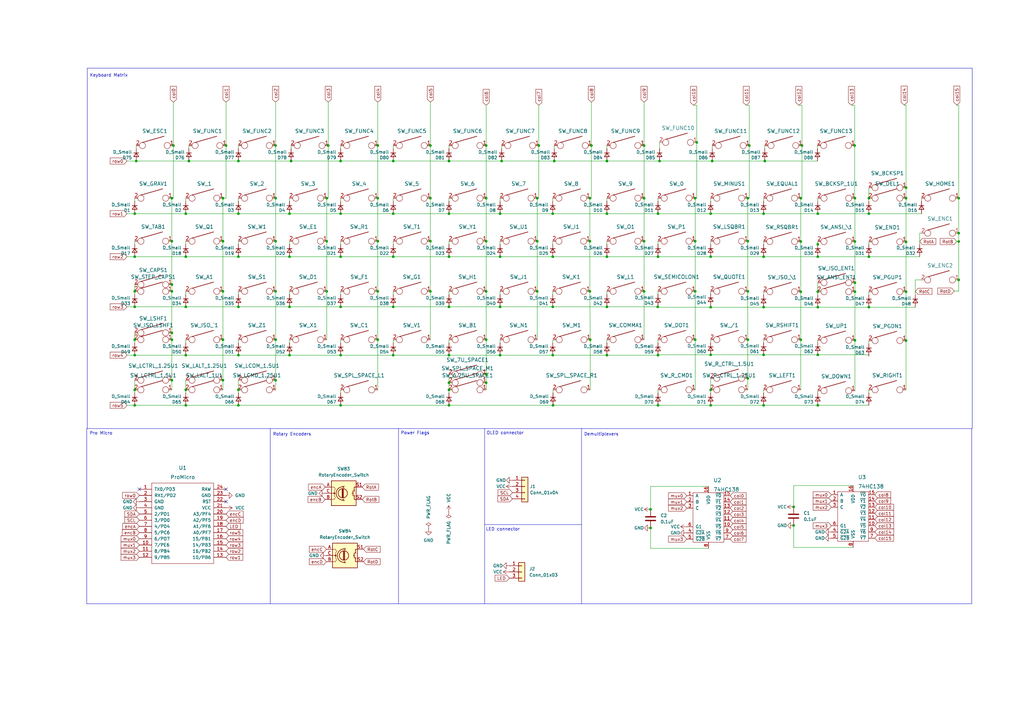
<source format=kicad_sch>
(kicad_sch (version 20230121) (generator eeschema)
  (paper "A3")
  (junction (at 77.47 66.04))
  (junction (at 248.92 145.669))
  (junction (at 184.15 159.893))
  (junction (at 113.03 119.507))
  (junction (at 371.602 99.187))
  (junction (at 335.407 105.283))
  (junction (at 285.75 58.42))
  (junction (at 325.501 215.519))
  (junction (at 335.407 166.243))
  (junction (at 291.465 125.984))
  (junction (at 199.39 153.543))
  (junction (at 184.15 145.669))
  (junction (at 328.422 81.28))
  (junction (at 313.182 145.542))
  (junction (at 226.695 87.63))
  (junction (at 91.44 98.933))
  (junction (at 97.79 166.243))
  (junction (at 285.115 139.319))
  (junction (at 139.7 66.04))
  (junction (at 306.705 98.933))
  (junction (at 313.182 166.243))
  (junction (at 328.422 99.06))
  (junction (at 118.745 125.857))
  (junction (at 154.94 81.28))
  (junction (at 328.422 139.319))
  (junction (at 176.53 59.69))
  (junction (at 133.985 81.28))
  (junction (at 241.935 98.933))
  (junction (at 356.362 87.63))
  (junction (at 264.16 98.933))
  (junction (at 328.422 119.634))
  (junction (at 356.362 105.283))
  (junction (at 55.245 159.893))
  (junction (at 220.98 59.69))
  (junction (at 184.15 66.04))
  (junction (at 184.15 166.243))
  (junction (at 55.245 105.283))
  (junction (at 70.485 155.956))
  (junction (at 393.192 81.28))
  (junction (at 70.485 119.507))
  (junction (at 205.105 105.283))
  (junction (at 154.94 59.69))
  (junction (at 76.2 105.283))
  (junction (at 393.192 114.808))
  (junction (at 350.647 115.951))
  (junction (at 139.7 166.243))
  (junction (at 291.465 145.542))
  (junction (at 113.03 81.28))
  (junction (at 205.105 125.857))
  (junction (at 248.92 87.63))
  (junction (at 70.485 139.319))
  (junction (at 269.875 87.63))
  (junction (at 55.245 125.857))
  (junction (at 154.94 98.933))
  (junction (at 55.245 166.243))
  (junction (at 313.69 66.04))
  (junction (at 55.245 145.669))
  (junction (at 241.935 81.28))
  (junction (at 269.875 166.243))
  (junction (at 205.74 66.04))
  (junction (at 97.79 87.63))
  (junction (at 306.705 81.28))
  (junction (at 113.03 98.933))
  (junction (at 371.602 119.634))
  (junction (at 154.94 119.507))
  (junction (at 70.485 116.713))
  (junction (at 291.465 159.893))
  (junction (at 91.44 119.507))
  (junction (at 55.88 66.04))
  (junction (at 97.79 159.893))
  (junction (at 313.182 87.63))
  (junction (at 199.39 98.933))
  (junction (at 285.115 81.28))
  (junction (at 119.38 66.04))
  (junction (at 70.485 98.933))
  (junction (at 266.827 216.535))
  (junction (at 139.7 105.283))
  (junction (at 291.465 166.243))
  (junction (at 199.39 81.28))
  (junction (at 70.485 136.525))
  (junction (at 393.192 99.06))
  (junction (at 76.2 159.893))
  (junction (at 264.16 59.69))
  (junction (at 71.12 59.69))
  (junction (at 242.062 139.319))
  (junction (at 291.465 105.283))
  (junction (at 269.875 145.669))
  (junction (at 350.647 119.634))
  (junction (at 199.39 139.319))
  (junction (at 350.647 99.06))
  (junction (at 184.15 105.283))
  (junction (at 356.362 81.28))
  (junction (at 161.29 105.283))
  (junction (at 313.182 105.283))
  (junction (at 76.2 125.857))
  (junction (at 350.647 81.28))
  (junction (at 55.245 139.319))
  (junction (at 306.705 139.319))
  (junction (at 176.53 81.28))
  (junction (at 139.7 145.669))
  (junction (at 328.93 59.69))
  (junction (at 248.92 105.283))
  (junction (at 176.53 119.507))
  (junction (at 118.745 145.669))
  (junction (at 285.115 119.507))
  (junction (at 335.407 119.634))
  (junction (at 113.03 155.956))
  (junction (at 139.7 87.63))
  (junction (at 264.16 119.507))
  (junction (at 133.985 98.933))
  (junction (at 306.705 119.507))
  (junction (at 184.15 156.972))
  (junction (at 199.39 119.507))
  (junction (at 220.345 81.28))
  (junction (at 76.2 166.243))
  (junction (at 154.94 139.319))
  (junction (at 97.79 125.857))
  (junction (at 133.985 119.507))
  (junction (at 199.39 156.972))
  (junction (at 248.92 66.04))
  (junction (at 76.2 87.63))
  (junction (at 266.827 208.915))
  (junction (at 335.407 100.203))
  (junction (at 226.822 166.243))
  (junction (at 248.92 125.857))
  (junction (at 91.44 81.28))
  (junction (at 113.03 59.69))
  (junction (at 161.29 66.04))
  (junction (at 227.33 66.04))
  (junction (at 205.105 87.63))
  (junction (at 97.79 66.04))
  (junction (at 269.748 125.857))
  (junction (at 226.695 105.283))
  (junction (at 176.53 98.933))
  (junction (at 292.1 66.04))
  (junction (at 226.695 125.857))
  (junction (at 139.7 125.857))
  (junction (at 70.485 81.28))
  (junction (at 113.03 139.319))
  (junction (at 205.105 145.669))
  (junction (at 264.16 81.28))
  (junction (at 220.345 119.507))
  (junction (at 270.51 66.04))
  (junction (at 242.57 59.69))
  (junction (at 97.79 105.283))
  (junction (at 161.29 87.63))
  (junction (at 393.192 95.631))
  (junction (at 134.62 59.69))
  (junction (at 226.695 145.669))
  (junction (at 55.245 119.507))
  (junction (at 371.602 76.962))
  (junction (at 325.501 207.899))
  (junction (at 335.407 125.984))
  (junction (at 350.647 139.573))
  (junction (at 76.2 145.669))
  (junction (at 356.362 125.984))
  (junction (at 269.875 105.283))
  (junction (at 307.34 59.69))
  (junction (at 97.79 145.669))
  (junction (at 184.15 125.857))
  (junction (at 91.44 139.319))
  (junction (at 285.115 98.933))
  (junction (at 118.745 105.283))
  (junction (at 118.745 87.63))
  (junction (at 161.29 125.857))
  (junction (at 306.705 155.194))
  (junction (at 220.345 98.933))
  (junction (at 199.39 59.69))
  (junction (at 291.465 87.63))
  (junction (at 313.182 125.984))
  (junction (at 92.71 59.69))
  (junction (at 184.15 87.63))
  (junction (at 371.602 139.7))
  (junction (at 335.407 145.542))
  (junction (at 241.935 119.507))
  (junction (at 335.407 87.63))
  (junction (at 371.602 81.28))
  (junction (at 91.44 155.956))
  (junction (at 350.52 59.69))
  (junction (at 55.245 87.63))
  (junction (at 161.29 145.669))
  (no_connect (at 92.71 205.74))
  (no_connect (at 57.15 200.66))
  (no_connect (at 92.71 200.66))
  (wire (pts (xy 70.485 116.713) (xy 70.485 119.507)))
  (wire (pts (xy 327.66 43.18) (xy 328.93 43.18)))
  (wire (pts (xy 285.115 98.933) (xy 285.115 119.507)))
  (wire (pts (xy 242.062 139.319) (xy 242.062 159.893)))
  (wire (pts (xy 242.57 59.69) (xy 242.57 81.28)))
  (wire (pts (xy 269.875 81.28) (xy 269.875 82.55)))
  (wire (pts (xy 161.29 125.857) (xy 184.15 125.857)))
  (wire (pts (xy 70.485 119.507) (xy 70.612 119.507)))
  (wire (pts (xy 184.15 156.972) (xy 184.15 159.893)))
  (polyline (pts (xy 398.526 175.768) (xy 398.526 247.65)))
  (wire (pts (xy 134.62 59.69) (xy 134.62 81.28)))
  (wire (pts (xy 118.745 98.933) (xy 118.745 100.203)))
  (wire (pts (xy 291.465 159.893) (xy 291.465 161.163)))
  (wire (pts (xy 113.03 59.69) (xy 113.03 81.28)))
  (wire (pts (xy 184.15 81.28) (xy 184.15 82.55)))
  (wire (pts (xy 139.7 59.69) (xy 139.7 60.96)))
  (wire (pts (xy 199.39 81.28) (xy 199.39 98.933)))
  (wire (pts (xy 370.84 43.18) (xy 371.602 43.18)))
  (wire (pts (xy 285.75 58.42) (xy 285.75 81.28)))
  (wire (pts (xy 161.29 119.507) (xy 161.29 120.777)))
  (wire (pts (xy 133.985 98.933) (xy 133.985 119.507)))
  (wire (pts (xy 335.407 87.63) (xy 356.362 87.63)))
  (wire (pts (xy 350.647 139.573) (xy 350.647 160.274)))
  (wire (pts (xy 199.39 98.933) (xy 199.39 119.507)))
  (wire (pts (xy 184.15 145.669) (xy 205.105 145.669)))
  (wire (pts (xy 139.7 105.283) (xy 161.29 105.283)))
  (wire (pts (xy 77.47 66.04) (xy 97.79 66.04)))
  (wire (pts (xy 161.29 87.63) (xy 184.15 87.63)))
  (wire (pts (xy 325.501 224.536) (xy 349.885 224.536)))
  (wire (pts (xy 91.44 155.956) (xy 91.44 159.893)))
  (wire (pts (xy 55.245 98.933) (xy 55.245 100.203)))
  (wire (pts (xy 375.412 114.808) (xy 375.412 120.904)))
  (wire (pts (xy 313.182 119.634) (xy 313.182 120.904)))
  (wire (pts (xy 134.62 41.91) (xy 134.62 59.69)))
  (wire (pts (xy 335.407 119.634) (xy 335.407 120.904)))
  (wire (pts (xy 291.465 155.194) (xy 291.465 159.893)))
  (wire (pts (xy 370.84 43.18) (xy 370.84 43.053)))
  (wire (pts (xy 226.695 145.669) (xy 248.92 145.669)))
  (wire (pts (xy 350.647 119.634) (xy 350.647 139.573)))
  (polyline (pts (xy 35.56 247.65) (xy 238.506 247.65)))
  (wire (pts (xy 139.7 119.507) (xy 139.7 120.777)))
  (wire (pts (xy 205.105 105.283) (xy 226.695 105.283)))
  (wire (pts (xy 139.7 87.63) (xy 161.29 87.63)))
  (wire (pts (xy 139.7 98.933) (xy 139.7 100.203)))
  (wire (pts (xy 350.52 81.28) (xy 350.647 81.28)))
  (wire (pts (xy 328.422 81.28) (xy 328.422 99.06)))
  (wire (pts (xy 226.695 125.857) (xy 248.92 125.857)))
  (wire (pts (xy 205.105 119.507) (xy 205.105 120.777)))
  (wire (pts (xy 335.407 81.28) (xy 335.407 82.55)))
  (wire (pts (xy 184.15 119.507) (xy 184.15 120.777)))
  (polyline (pts (xy 35.56 175.768) (xy 35.56 247.65)))
  (wire (pts (xy 371.602 139.7) (xy 371.602 159.893)))
  (wire (pts (xy 264.16 98.933) (xy 264.16 119.507)))
  (wire (pts (xy 226.695 98.933) (xy 226.695 100.203)))
  (wire (pts (xy 139.7 66.04) (xy 161.29 66.04)))
  (wire (pts (xy 52.07 125.857) (xy 55.245 125.857)))
  (wire (pts (xy 371.602 81.28) (xy 371.602 76.962)))
  (wire (pts (xy 248.92 81.28) (xy 248.92 82.55)))
  (wire (pts (xy 313.182 139.319) (xy 313.182 140.462)))
  (wire (pts (xy 313.182 99.06) (xy 313.182 100.203)))
  (wire (pts (xy 306.705 155.194) (xy 306.705 159.893)))
  (wire (pts (xy 97.79 155.956) (xy 97.79 159.893)))
  (wire (pts (xy 97.79 125.857) (xy 118.745 125.857)))
  (wire (pts (xy 264.16 119.507) (xy 264.16 139.319)))
  (wire (pts (xy 266.827 208.915) (xy 266.827 199.517)))
  (wire (pts (xy 291.465 125.984) (xy 269.748 125.984)))
  (wire (pts (xy 205.74 59.69) (xy 205.74 60.96)))
  (wire (pts (xy 52.07 145.669) (xy 55.245 145.669)))
  (wire (pts (xy 55.118 119.507) (xy 55.245 119.507)))
  (wire (pts (xy 118.745 119.507) (xy 118.745 120.777)))
  (wire (pts (xy 97.79 59.69) (xy 97.79 60.96)))
  (wire (pts (xy 113.03 139.319) (xy 113.03 155.956)))
  (wire (pts (xy 306.705 98.933) (xy 306.705 119.507)))
  (wire (pts (xy 285.115 119.507) (xy 285.115 139.319)))
  (wire (pts (xy 264.16 59.69) (xy 264.16 81.28)))
  (polyline (pts (xy 163.449 175.768) (xy 163.449 247.65)))
  (wire (pts (xy 55.245 125.857) (xy 76.2 125.857)))
  (wire (pts (xy 269.875 119.507) (xy 269.875 120.65)))
  (wire (pts (xy 226.822 139.319) (xy 226.695 140.589)))
  (wire (pts (xy 76.2 139.319) (xy 76.2 140.589)))
  (wire (pts (xy 248.92 59.69) (xy 248.92 60.96)))
  (wire (pts (xy 184.15 159.893) (xy 184.15 161.163)))
  (wire (pts (xy 285.75 81.28) (xy 285.115 81.28)))
  (wire (pts (xy 227.33 66.04) (xy 248.92 66.04)))
  (wire (pts (xy 55.245 166.243) (xy 76.2 166.243)))
  (wire (pts (xy 199.39 43.18) (xy 199.39 59.69)))
  (wire (pts (xy 335.407 100.203) (xy 335.407 100.33)))
  (wire (pts (xy 205.74 66.04) (xy 227.33 66.04)))
  (wire (pts (xy 371.602 81.28) (xy 371.602 99.187)))
  (wire (pts (xy 113.03 81.28) (xy 113.03 98.933)))
  (wire (pts (xy 325.501 199.136) (xy 325.501 207.899)))
  (wire (pts (xy 313.69 59.69) (xy 313.69 60.96)))
  (wire (pts (xy 205.105 125.857) (xy 226.695 125.857)))
  (wire (pts (xy 241.935 81.28) (xy 241.935 98.933)))
  (wire (pts (xy 285.115 81.28) (xy 285.115 98.933)))
  (wire (pts (xy 92.71 81.28) (xy 91.44 81.28)))
  (wire (pts (xy 118.745 145.669) (xy 139.7 145.669)))
  (wire (pts (xy 241.935 119.507) (xy 242.062 139.319)))
  (wire (pts (xy 97.79 159.893) (xy 97.79 161.163)))
  (wire (pts (xy 55.245 155.956) (xy 55.245 159.893)))
  (wire (pts (xy 371.602 119.634) (xy 371.602 139.7)))
  (wire (pts (xy 139.7 145.669) (xy 161.29 145.669)))
  (wire (pts (xy 266.827 216.535) (xy 266.827 224.917)))
  (wire (pts (xy 161.29 105.283) (xy 184.15 105.283)))
  (wire (pts (xy 161.29 98.933) (xy 161.29 100.203)))
  (wire (pts (xy 377.952 81.28) (xy 377.952 82.55)))
  (wire (pts (xy 77.47 59.69) (xy 77.47 60.96)))
  (wire (pts (xy 154.94 41.91) (xy 154.94 59.69)))
  (wire (pts (xy 248.92 125.857) (xy 269.748 125.857)))
  (wire (pts (xy 328.422 119.634) (xy 328.422 139.319)))
  (wire (pts (xy 76.2 81.28) (xy 76.2 82.55)))
  (wire (pts (xy 70.485 155.956) (xy 70.485 159.893)))
  (wire (pts (xy 371.602 99.187) (xy 371.602 119.634)))
  (wire (pts (xy 269.875 105.283) (xy 291.465 105.283)))
  (wire (pts (xy 118.745 125.857) (xy 139.7 125.857)))
  (wire (pts (xy 356.362 125.984) (xy 375.412 125.984)))
  (wire (pts (xy 356.362 87.63) (xy 377.952 87.63)))
  (wire (pts (xy 91.44 119.507) (xy 91.44 139.319)))
  (wire (pts (xy 350.647 115.951) (xy 350.647 119.634)))
  (wire (pts (xy 92.71 41.91) (xy 92.71 59.69)))
  (wire (pts (xy 313.182 166.243) (xy 335.407 166.243)))
  (wire (pts (xy 220.345 81.28) (xy 220.345 98.933)))
  (wire (pts (xy 335.407 125.984) (xy 313.182 125.984)))
  (wire (pts (xy 392.43 43.18) (xy 393.192 43.18)))
  (wire (pts (xy 97.79 166.243) (xy 139.7 166.243)))
  (wire (pts (xy 335.407 99.06) (xy 335.407 100.203)))
  (wire (pts (xy 184.15 66.04) (xy 205.74 66.04)))
  (wire (pts (xy 71.12 59.69) (xy 71.12 81.28)))
  (wire (pts (xy 226.822 166.243) (xy 269.875 166.243)))
  (wire (pts (xy 313.182 87.63) (xy 335.407 87.63)))
  (wire (pts (xy 97.79 119.507) (xy 97.79 120.777)))
  (wire (pts (xy 269.875 87.63) (xy 291.465 87.63)))
  (wire (pts (xy 52.07 166.243) (xy 55.245 166.243)))
  (wire (pts (xy 55.245 136.525) (xy 55.245 139.319)))
  (wire (pts (xy 55.245 105.283) (xy 76.2 105.283)))
  (wire (pts (xy 70.485 119.507) (xy 70.485 136.525)))
  (wire (pts (xy 227.33 59.69) (xy 227.33 60.96)))
  (wire (pts (xy 335.407 105.283) (xy 356.362 105.283)))
  (wire (pts (xy 269.875 145.542) (xy 269.875 145.669)))
  (wire (pts (xy 350.647 99.06) (xy 350.647 115.951)))
  (wire (pts (xy 356.362 139.7) (xy 356.362 140.97)))
  (wire (pts (xy 313.182 125.984) (xy 291.465 125.984)))
  (wire (pts (xy 97.79 81.28) (xy 97.79 82.55)))
  (wire (pts (xy 328.93 59.69) (xy 328.93 81.28)))
  (wire (pts (xy 248.92 98.933) (xy 248.92 100.203)))
  (wire (pts (xy 269.748 125.984) (xy 269.748 125.857)))
  (wire (pts (xy 154.94 59.69) (xy 154.94 81.28)))
  (wire (pts (xy 176.53 81.28) (xy 176.53 98.933)))
  (wire (pts (xy 176.53 59.69) (xy 176.53 81.28)))
  (wire (pts (xy 313.182 81.28) (xy 313.182 82.55)))
  (wire (pts (xy 248.92 145.669) (xy 269.875 145.669)))
  (wire (pts (xy 113.03 119.507) (xy 113.03 139.319)))
  (wire (pts (xy 97.79 66.04) (xy 119.38 66.04)))
  (wire (pts (xy 356.362 76.962) (xy 356.362 81.28)))
  (wire (pts (xy 291.465 145.542) (xy 269.875 145.542)))
  (wire (pts (xy 292.1 59.69) (xy 292.1 60.96)))
  (wire (pts (xy 199.39 59.69) (xy 199.39 81.28)))
  (wire (pts (xy 70.485 98.933) (xy 70.485 116.713)))
  (wire (pts (xy 393.192 95.631) (xy 393.192 99.06)))
  (wire (pts (xy 377.952 95.631) (xy 377.19 95.631)))
  (wire (pts (xy 349.885 199.136) (xy 325.501 199.136)))
  (wire (pts (xy 266.827 224.917) (xy 290.576 224.917)))
  (wire (pts (xy 139.7 125.857) (xy 161.29 125.857)))
  (polyline (pts (xy 198.755 175.768) (xy 198.755 247.65)))
  (wire (pts (xy 377.952 114.808) (xy 375.412 114.808)))
  (wire (pts (xy 205.105 145.669) (xy 226.695 145.669)))
  (wire (pts (xy 118.745 105.283) (xy 139.7 105.283)))
  (wire (pts (xy 335.407 145.542) (xy 356.362 145.542)))
  (wire (pts (xy 184.15 125.857) (xy 205.105 125.857)))
  (wire (pts (xy 248.92 87.63) (xy 269.875 87.63)))
  (wire (pts (xy 306.705 81.28) (xy 306.705 98.933)))
  (wire (pts (xy 55.245 81.28) (xy 55.245 82.55)))
  (wire (pts (xy 220.345 98.933) (xy 220.345 119.507)))
  (wire (pts (xy 52.07 105.283) (xy 55.245 105.283)))
  (wire (pts (xy 226.695 119.507) (xy 226.695 120.777)))
  (wire (pts (xy 133.985 119.507) (xy 133.985 139.319)))
  (wire (pts (xy 220.345 81.28) (xy 220.98 81.28)))
  (wire (pts (xy 307.34 59.69) (xy 307.34 81.28)))
  (wire (pts (xy 76.2 119.507) (xy 76.2 120.777)))
  (wire (pts (xy 139.7 139.319) (xy 139.7 140.589)))
  (wire (pts (xy 71.12 41.91) (xy 71.12 59.69)))
  (wire (pts (xy 119.38 59.69) (xy 119.38 60.96)))
  (wire (pts (xy 270.51 58.42) (xy 270.51 60.96)))
  (wire (pts (xy 269.875 98.933) (xy 269.875 100.203)))
  (wire (pts (xy 91.44 139.319) (xy 91.44 155.956)))
  (wire (pts (xy 205.105 87.63) (xy 226.695 87.63)))
  (wire (pts (xy 199.39 156.972) (xy 199.39 159.893)))
  (wire (pts (xy 139.7 159.893) (xy 139.7 161.163)))
  (wire (pts (xy 113.03 155.956) (xy 113.03 159.893)))
  (wire (pts (xy 97.79 145.669) (xy 118.745 145.669)))
  (wire (pts (xy 220.345 119.507) (xy 220.345 139.319)))
  (wire (pts (xy 328.422 99.06) (xy 328.422 119.634)))
  (wire (pts (xy 350.52 59.69) (xy 350.52 81.28)))
  (wire (pts (xy 356.362 159.893) (xy 356.362 161.163)))
  (wire (pts (xy 356.362 99.187) (xy 356.362 100.203)))
  (wire (pts (xy 176.53 41.91) (xy 176.53 59.69)))
  (wire (pts (xy 154.94 119.507) (xy 154.94 139.319)))
  (wire (pts (xy 133.985 81.28) (xy 134.62 81.28)))
  (wire (pts (xy 269.875 139.319) (xy 269.875 140.589)))
  (wire (pts (xy 154.94 139.319) (xy 154.94 159.893)))
  (wire (pts (xy 226.695 105.283) (xy 248.92 105.283)))
  (wire (pts (xy 199.39 153.543) (xy 199.39 156.972)))
  (wire (pts (xy 184.15 105.283) (xy 205.105 105.283)))
  (wire (pts (xy 356.362 145.542) (xy 356.362 146.05)))
  (wire (pts (xy 70.485 136.525) (xy 70.485 139.319)))
  (wire (pts (xy 284.48 43.18) (xy 285.75 43.18)))
  (wire (pts (xy 97.79 98.933) (xy 97.79 100.203)))
  (wire (pts (xy 291.465 81.28) (xy 291.465 82.55)))
  (wire (pts (xy 119.38 66.04) (xy 139.7 66.04)))
  (wire (pts (xy 356.362 105.283) (xy 377.19 105.283)))
  (wire (pts (xy 291.465 166.243) (xy 313.182 166.243)))
  (wire (pts (xy 199.39 119.507) (xy 199.39 139.319)))
  (wire (pts (xy 71.12 81.28) (xy 70.485 81.28)))
  (wire (pts (xy 285.75 43.18) (xy 285.75 58.42)))
  (wire (pts (xy 139.7 166.243) (xy 184.15 166.243)))
  (wire (pts (xy 220.98 59.69) (xy 220.98 81.28)))
  (wire (pts (xy 241.935 98.933) (xy 241.935 119.507)))
  (wire (pts (xy 291.465 119.507) (xy 291.465 120.396)))
  (wire (pts (xy 291.465 125.476) (xy 291.465 125.984)))
  (wire (pts (xy 269.748 125.857) (xy 269.875 125.857)))
  (wire (pts (xy 139.7 81.28) (xy 139.7 82.55)))
  (wire (pts (xy 161.29 145.669) (xy 184.15 145.669)))
  (wire (pts (xy 118.745 139.319) (xy 118.745 140.589)))
  (wire (pts (xy 335.407 160.274) (xy 335.407 161.163)))
  (wire (pts (xy 70.485 139.319) (xy 70.485 155.956)))
  (wire (pts (xy 184.15 153.543) (xy 184.15 156.972)))
  (wire (pts (xy 92.71 59.69) (xy 92.71 81.28)))
  (wire (pts (xy 393.192 114.808) (xy 393.192 119.38)))
  (wire (pts (xy 393.192 81.28) (xy 393.192 95.631)))
  (wire (pts (xy 356.362 125.984) (xy 335.407 125.984)))
  (wire (pts (xy 76.2 125.857) (xy 97.79 125.857)))
  (wire (pts (xy 328.422 139.319) (xy 328.422 159.893)))
  (wire (pts (xy 184.15 98.933) (xy 184.15 100.203)))
  (wire (pts (xy 133.985 81.28) (xy 133.985 98.933)))
  (wire (pts (xy 70.358 119.507) (xy 70.485 119.507)))
  (wire (pts (xy 392.43 43.053) (xy 392.43 43.18)))
  (wire (pts (xy 349.25 43.18) (xy 350.52 43.18)))
  (wire (pts (xy 291.465 105.283) (xy 313.182 105.283)))
  (polyline (pts (xy 238.506 175.768) (xy 238.506 247.65)))
  (wire (pts (xy 392.43 99.06) (xy 393.192 99.06)))
  (wire (pts (xy 76.2 155.956) (xy 76.2 159.893)))
  (wire (pts (xy 55.245 87.63) (xy 76.2 87.63)))
  (wire (pts (xy 328.93 81.28) (xy 328.422 81.28)))
  (wire (pts (xy 393.192 99.06) (xy 393.192 114.808)))
  (wire (pts (xy 307.34 81.28) (xy 306.705 81.28)))
  (wire (pts (xy 55.245 119.507) (xy 55.372 119.507)))
  (polyline (pts (xy 398.526 247.65) (xy 238.506 247.65)))
  (wire (pts (xy 307.34 43.18) (xy 307.34 59.69)))
  (wire (pts (xy 52.07 66.04) (xy 55.88 66.04)))
  (wire (pts (xy 113.03 41.91) (xy 113.03 59.69)))
  (wire (pts (xy 97.79 139.319) (xy 97.79 140.589)))
  (wire (pts (xy 292.1 66.04) (xy 313.69 66.04)))
  (wire (pts (xy 313.69 66.04) (xy 335.28 66.04)))
  (wire (pts (xy 264.16 81.28) (xy 264.16 98.933)))
  (wire (pts (xy 270.51 66.04) (xy 292.1 66.04)))
  (wire (pts (xy 291.465 139.319) (xy 291.465 140.462)))
  (wire (pts (xy 241.935 81.28) (xy 242.57 81.28)))
  (wire (pts (xy 335.407 139.573) (xy 335.407 140.462)))
  (wire (pts (xy 205.105 98.933) (xy 205.105 100.203)))
  (wire (pts (xy 55.245 145.669) (xy 76.2 145.669)))
  (wire (pts (xy 266.827 199.517) (xy 290.576 199.517)))
  (wire (pts (xy 291.465 98.933) (xy 291.465 100.203)))
  (wire (pts (xy 55.245 139.319) (xy 55.245 140.589)))
  (wire (pts (xy 306.705 139.319) (xy 306.705 155.194)))
  (wire (pts (xy 248.92 119.507) (xy 248.92 120.777)))
  (wire (pts (xy 184.15 87.63) (xy 205.105 87.63)))
  (wire (pts (xy 97.79 105.283) (xy 118.745 105.283)))
  (wire (pts (xy 335.407 166.243) (xy 356.362 166.243)))
  (polyline (pts (xy 110.871 175.768) (xy 110.871 247.65)))
  (wire (pts (xy 393.192 43.18) (xy 393.192 81.28)))
  (polyline (pts (xy 198.755 215.138) (xy 238.506 215.138)))
  (wire (pts (xy 55.88 66.04) (xy 77.47 66.04)))
  (wire (pts (xy 226.822 159.893) (xy 226.822 161.163)))
  (wire (pts (xy 161.29 66.04) (xy 184.15 66.04)))
  (wire (pts (xy 226.695 81.28) (xy 226.695 82.55)))
  (wire (pts (xy 313.182 145.542) (xy 291.465 145.542)))
  (wire (pts (xy 205.105 81.28) (xy 205.105 82.55)))
  (wire (pts (xy 356.362 119.634) (xy 356.362 120.904)))
  (polyline (pts (xy 35.56 175.768) (xy 398.526 175.768)))
  (wire (pts (xy 248.92 66.04) (xy 270.51 66.04)))
  (wire (pts (xy 199.39 139.319) (xy 199.39 153.543)))
  (wire (pts (xy 335.407 145.542) (xy 313.182 145.542)))
  (wire (pts (xy 313.182 105.283) (xy 335.407 105.283)))
  (wire (pts (xy 154.94 81.28) (xy 154.94 98.933)))
  (wire (pts (xy 248.92 105.283) (xy 269.875 105.283)))
  (wire (pts (xy 306.07 43.18) (xy 307.34 43.18)))
  (wire (pts (xy 328.93 43.18) (xy 328.93 59.69)))
  (wire (pts (xy 76.2 159.893) (xy 76.2 161.163)))
  (wire (pts (xy 118.745 81.28) (xy 118.745 82.55)))
  (wire (pts (xy 70.485 81.28) (xy 70.485 98.933)))
  (wire (pts (xy 377.19 95.631) (xy 377.19 100.203)))
  (wire (pts (xy 161.29 81.28) (xy 161.29 82.55)))
  (wire (pts (xy 269.875 166.243) (xy 291.465 166.243)))
  (wire (pts (xy 350.52 43.18) (xy 350.52 59.69)))
  (wire (pts (xy 350.647 81.28) (xy 350.647 99.06)))
  (wire (pts (xy 91.44 98.933) (xy 91.44 119.507)))
  (wire (pts (xy 161.29 59.69) (xy 161.29 60.96)))
  (wire (pts (xy 325.501 215.519) (xy 325.501 224.536)))
  (wire (pts (xy 335.407 115.951) (xy 335.407 119.634)))
  (wire (pts (xy 76.2 87.63) (xy 97.79 87.63)))
  (polyline (pts (xy 35.814 27.94) (xy 35.814 175.768)))
  (wire (pts (xy 118.745 87.63) (xy 139.7 87.63)))
  (wire (pts (xy 176.53 98.933) (xy 176.53 119.507)))
  (polyline (pts (xy 398.78 27.94) (xy 398.78 175.768)))
  (wire (pts (xy 248.92 139.319) (xy 248.92 140.589)))
  (wire (pts (xy 76.2 166.243) (xy 97.79 166.243)))
  (wire (pts (xy 184.15 139.319) (xy 184.15 140.589)))
  (wire (pts (xy 52.07 87.63) (xy 55.245 87.63)))
  (wire (pts (xy 76.2 98.933) (xy 76.2 100.203)))
  (wire (pts (xy 371.602 43.18) (xy 371.602 76.962)))
  (wire (pts (xy 55.245 116.713) (xy 55.245 119.507)))
  (wire (pts (xy 269.875 159.893) (xy 269.875 161.163)))
  (wire (pts (xy 76.2 105.283) (xy 97.79 105.283)))
  (wire (pts (xy 391.414 119.38) (xy 393.192 119.38)))
  (wire (pts (xy 91.44 81.28) (xy 91.44 98.933)))
  (wire (pts (xy 176.53 119.507) (xy 176.53 139.319)))
  (wire (pts (xy 269.875 125.73) (xy 269.875 125.857)))
  (wire (pts (xy 313.182 159.893) (xy 313.182 161.163)))
  (wire (pts (xy 335.28 59.69) (xy 335.28 60.96)))
  (wire (pts (xy 264.16 41.91) (xy 264.16 59.69)))
  (wire (pts (xy 161.29 139.319) (xy 161.29 140.589)))
  (wire (pts (xy 356.362 81.28) (xy 356.362 82.55)))
  (wire (pts (xy 154.94 98.933) (xy 154.94 119.507)))
  (wire (pts (xy 55.245 159.893) (xy 55.245 161.163)))
  (wire (pts (xy 113.03 98.933) (xy 113.03 119.507)))
  (wire (pts (xy 76.2 145.669) (xy 97.79 145.669)))
  (wire (pts (xy 55.245 119.507) (xy 55.245 120.777)))
  (wire (pts (xy 306.705 119.507) (xy 306.705 139.319)))
  (wire (pts (xy 285.115 139.319) (xy 285.115 159.893)))
  (wire (pts (xy 205.105 139.319) (xy 205.105 140.589)))
  (wire (pts (xy 242.57 41.91) (xy 242.57 59.69)))
  (wire (pts (xy 55.88 59.69) (xy 55.88 60.96)))
  (wire (pts (xy 97.79 87.63) (xy 118.745 87.63)))
  (polyline (pts (xy 35.814 27.94) (xy 398.78 27.94)))
  (wire (pts (xy 291.465 87.63) (xy 313.182 87.63)))
  (wire (pts (xy 184.15 166.243) (xy 226.822 166.243)))
  (wire (pts (xy 226.695 87.63) (xy 248.92 87.63)))
  (wire (pts (xy 184.15 59.69) (xy 184.15 60.96)))
  (wire (pts (xy 220.98 43.18) (xy 220.98 59.69)))
  (text "OLED connector" (at 199.517 178.435 0) (effects (font (size 1.27 1.27)) (justify left bottom)))
  (text "Rotary Encoders" (at 111.887 178.943 0) (effects (font (size 1.27 1.27)) (justify left bottom)))
  (text "Keyboard Matrix" (at 36.83 31.75 0) (effects (font (size 1.27 1.27)) (justify left bottom)))
  (text "Power Flags" (at 164.338 178.435 0) (effects (font (size 1.27 1.27)) (justify left bottom)))
  (text "LED connector" (at 199.263 217.932 0) (effects (font (size 1.27 1.27)) (justify left bottom)))
  (text "Pro Micro" (at 36.703 178.562 0) (effects (font (size 1.27 1.27)) (justify left bottom)))
  (text "Demultiplexers" (at 239.522 178.943 0) (effects (font (size 1.27 1.27)) (justify left bottom)))
  (global_label "col6" (shape input) (at 199.39 43.18 90) (property "Intersheetrefs" "${INTERSHEET_REFS}" (effects hide)))
  (global_label "RotA" (shape input) (at 148.59 199.771 0) (property "Intersheetrefs" "${INTERSHEET_REFS}" (effects hide)))
  (global_label "LED" (shape input) (at 92.71 215.9 0) (property "Intersheetrefs" "${INTERSHEET_REFS}" (effects hide)))
  (global_label "RotC" (shape input) (at 149.098 225.298 0) (property "Intersheetrefs" "${INTERSHEET_REFS}" (effects hide)))
  (global_label "col13" (shape input) (at 349.25 43.18 90) (property "Intersheetrefs" "${INTERSHEET_REFS}" (effects hide)))
  (global_label "col12" (shape input) (at 358.775 213.106 0) (property "Intersheetrefs" "${INTERSHEET_REFS}" (effects hide)))
  (global_label "SCL" (shape input) (at 210.185 202.057 180) (property "Intersheetrefs" "${INTERSHEET_REFS}" (effects hide)))
  (global_label "col9" (shape input) (at 358.775 205.486 0) (property "Intersheetrefs" "${INTERSHEET_REFS}" (effects hide)))
  (global_label "mux2" (shape input) (at 57.15 226.06 180) (property "Intersheetrefs" "${INTERSHEET_REFS}" (effects hide)))
  (global_label "col8" (shape input) (at 242.57 41.91 90) (property "Intersheetrefs" "${INTERSHEET_REFS}" (effects hide)))
  (global_label "mux1" (shape input) (at 340.995 205.486 180) (property "Intersheetrefs" "${INTERSHEET_REFS}" (effects hide)))
  (global_label "encA" (shape input) (at 133.35 199.771 180) (property "Intersheetrefs" "${INTERSHEET_REFS}" (effects hide)))
  (global_label "mux1" (shape input) (at 57.15 223.52 180) (property "Intersheetrefs" "${INTERSHEET_REFS}" (effects hide)))
  (global_label "RotC" (shape input) (at 375.412 119.507 0) (property "Intersheetrefs" "${INTERSHEET_REFS}" (effects hide)))
  (global_label "mux3" (shape input) (at 57.15 228.6 180) (property "Intersheetrefs" "${INTERSHEET_REFS}" (effects hide)))
  (global_label "col10" (shape input) (at 284.48 43.18 90) (property "Intersheetrefs" "${INTERSHEET_REFS}" (effects hide)))
  (global_label "col2" (shape input) (at 299.466 208.407 0) (property "Intersheetrefs" "${INTERSHEET_REFS}" (effects hide)))
  (global_label "RotB" (shape input) (at 148.59 204.851 0) (property "Intersheetrefs" "${INTERSHEET_REFS}" (effects hide)))
  (global_label "RotD" (shape input) (at 149.098 230.378 0) (property "Intersheetrefs" "${INTERSHEET_REFS}" (effects hide)))
  (global_label "encD" (shape input) (at 92.71 213.36 0) (property "Intersheetrefs" "${INTERSHEET_REFS}" (effects hide)))
  (global_label "mux2" (shape input) (at 340.995 208.026 180) (property "Intersheetrefs" "${INTERSHEET_REFS}" (effects hide)))
  (global_label "col4" (shape input) (at 299.466 213.487 0) (property "Intersheetrefs" "${INTERSHEET_REFS}" (effects hide)))
  (global_label "col5" (shape input) (at 176.53 41.91 90) (property "Intersheetrefs" "${INTERSHEET_REFS}" (effects hide)))
  (global_label "col13" (shape input) (at 358.775 215.646 0) (property "Intersheetrefs" "${INTERSHEET_REFS}" (effects hide)))
  (global_label "row5" (shape input) (at 92.71 218.44 0) (property "Intersheetrefs" "${INTERSHEET_REFS}" (effects hide)))
  (global_label "row3" (shape input) (at 52.07 125.857 180) (property "Intersheetrefs" "${INTERSHEET_REFS}" (effects hide)))
  (global_label "mux3" (shape input) (at 340.995 215.646 180) (property "Intersheetrefs" "${INTERSHEET_REFS}" (effects hide)))
  (global_label "col12" (shape input) (at 327.66 43.18 90) (property "Intersheetrefs" "${INTERSHEET_REFS}" (effects hide)))
  (global_label "mux3" (shape input) (at 281.686 221.107 180) (property "Intersheetrefs" "${INTERSHEET_REFS}" (effects hide)))
  (global_label "encB" (shape input) (at 133.35 204.851 180) (property "Intersheetrefs" "${INTERSHEET_REFS}" (effects hide)))
  (global_label "SCL" (shape input) (at 57.15 213.36 180) (property "Intersheetrefs" "${INTERSHEET_REFS}" (effects hide)))
  (global_label "col3" (shape input) (at 134.62 41.91 90) (property "Intersheetrefs" "${INTERSHEET_REFS}" (effects hide)))
  (global_label "col4" (shape input) (at 154.94 41.91 90) (property "Intersheetrefs" "${INTERSHEET_REFS}" (effects hide)))
  (global_label "encC" (shape input) (at 92.71 210.82 0) (property "Intersheetrefs" "${INTERSHEET_REFS}" (effects hide)))
  (global_label "col1" (shape input) (at 92.71 41.91 90) (property "Intersheetrefs" "${INTERSHEET_REFS}" (effects hide)))
  (global_label "mux0" (shape input) (at 281.686 203.327 180) (property "Intersheetrefs" "${INTERSHEET_REFS}" (effects hide)))
  (global_label "encD" (shape input) (at 133.858 230.378 180) (property "Intersheetrefs" "${INTERSHEET_REFS}" (effects hide)))
  (global_label "row2" (shape input) (at 52.07 105.283 180) (property "Intersheetrefs" "${INTERSHEET_REFS}" (effects hide)))
  (global_label "col7" (shape input) (at 220.98 43.18 90) (property "Intersheetrefs" "${INTERSHEET_REFS}" (effects hide)))
  (global_label "row5" (shape input) (at 52.07 166.243 180) (property "Intersheetrefs" "${INTERSHEET_REFS}" (effects hide)))
  (global_label "row1" (shape input) (at 92.71 228.6 0) (property "Intersheetrefs" "${INTERSHEET_REFS}" (effects hide)))
  (global_label "LED" (shape input) (at 208.915 237.109 180) (property "Intersheetrefs" "${INTERSHEET_REFS}" (effects hide)))
  (global_label "encA" (shape input) (at 57.15 215.9 180) (property "Intersheetrefs" "${INTERSHEET_REFS}" (effects hide)))
  (global_label "col11" (shape input) (at 306.07 43.18 90) (property "Intersheetrefs" "${INTERSHEET_REFS}" (effects hide)))
  (global_label "col9" (shape input) (at 264.16 41.91 90) (property "Intersheetrefs" "${INTERSHEET_REFS}" (effects hide)))
  (global_label "col2" (shape input) (at 113.03 41.91 90) (property "Intersheetrefs" "${INTERSHEET_REFS}" (effects hide)))
  (global_label "row2" (shape input) (at 92.71 226.06 0) (property "Intersheetrefs" "${INTERSHEET_REFS}" (effects hide)))
  (global_label "row3" (shape input) (at 92.71 223.52 0) (property "Intersheetrefs" "${INTERSHEET_REFS}" (effects hide)))
  (global_label "col14" (shape input) (at 370.84 43.053 90) (property "Intersheetrefs" "${INTERSHEET_REFS}" (effects hide)))
  (global_label "SDA" (shape input) (at 210.185 204.597 180) (property "Intersheetrefs" "${INTERSHEET_REFS}" (effects hide)))
  (global_label "col5" (shape input) (at 299.466 216.027 0) (property "Intersheetrefs" "${INTERSHEET_REFS}" (effects hide)))
  (global_label "col15" (shape input) (at 392.43 43.053 90) (property "Intersheetrefs" "${INTERSHEET_REFS}" (effects hide)))
  (global_label "col15" (shape input) (at 358.775 220.726 0) (property "Intersheetrefs" "${INTERSHEET_REFS}" (effects hide)))
  (global_label "col0" (shape input) (at 71.12 41.91 90) (property "Intersheetrefs" "${INTERSHEET_REFS}" (effects hide)))
  (global_label "encB" (shape input) (at 57.15 218.44 180) (property "Intersheetrefs" "${INTERSHEET_REFS}" (effects hide)))
  (global_label "row0" (shape input) (at 52.07 66.04 180) (property "Intersheetrefs" "${INTERSHEET_REFS}" (effects hide)))
  (global_label "mux1" (shape input) (at 281.686 205.867 180) (property "Intersheetrefs" "${INTERSHEET_REFS}" (effects hide)))
  (global_label "col3" (shape input) (at 299.466 210.947 0) (property "Intersheetrefs" "${INTERSHEET_REFS}" (effects hide)))
  (global_label "RotD" (shape input) (at 391.414 119.38 180) (property "Intersheetrefs" "${INTERSHEET_REFS}" (effects hide)))
  (global_label "row4" (shape input) (at 52.07 145.669 180) (property "Intersheetrefs" "${INTERSHEET_REFS}" (effects hide)))
  (global_label "row0" (shape input) (at 57.15 203.2 180) (property "Intersheetrefs" "${INTERSHEET_REFS}" (effects hide)))
  (global_label "col7" (shape input) (at 299.466 221.107 0) (property "Intersheetrefs" "${INTERSHEET_REFS}" (effects hide)))
  (global_label "col11" (shape input) (at 358.775 210.566 0) (property "Intersheetrefs" "${INTERSHEET_REFS}" (effects hide)))
  (global_label "encC" (shape input) (at 133.858 225.298 180) (property "Intersheetrefs" "${INTERSHEET_REFS}" (effects hide)))
  (global_label "col8" (shape input) (at 358.775 202.946 0) (property "Intersheetrefs" "${INTERSHEET_REFS}" (effects hide)))
  (global_label "mux0" (shape input) (at 340.995 202.946 180) (property "Intersheetrefs" "${INTERSHEET_REFS}" (effects hide)))
  (global_label "RotA" (shape input) (at 377.19 99.06 0) (property "Intersheetrefs" "${INTERSHEET_REFS}" (effects hide)))
  (global_label "SDA" (shape input) (at 57.15 210.82 180) (property "Intersheetrefs" "${INTERSHEET_REFS}" (effects hide)))
  (global_label "row1" (shape input) (at 52.07 87.63 180) (property "Intersheetrefs" "${INTERSHEET_REFS}" (effects hide)))
  (global_label "col0" (shape input) (at 299.466 203.327 0) (property "Intersheetrefs" "${INTERSHEET_REFS}" (effects hide)))
  (global_label "RotB" (shape input) (at 392.43 99.06 180) (property "Intersheetrefs" "${INTERSHEET_REFS}" (effects hide)))
  (global_label "mux2" (shape input) (at 281.686 208.407 180) (property "Intersheetrefs" "${INTERSHEET_REFS}" (effects hide)))
  (global_label "col14" (shape input) (at 358.775 218.186 0) (property "Intersheetrefs" "${INTERSHEET_REFS}" (effects hide)))
  (global_label "col10" (shape input) (at 358.775 208.026 0) (property "Intersheetrefs" "${INTERSHEET_REFS}" (effects hide)))
  (global_label "mux0" (shape input) (at 57.15 220.98 180) (property "Intersheetrefs" "${INTERSHEET_REFS}" (effects hide)))
  (global_label "row4" (shape input) (at 92.71 220.98 0) (property "Intersheetrefs" "${INTERSHEET_REFS}" (effects hide)))
  (global_label "col6" (shape input) (at 299.466 218.567 0) (property "Intersheetrefs" "${INTERSHEET_REFS}" (effects hide)))
  (global_label "col1" (shape input) (at 299.466 205.867 0) (property "Intersheetrefs" "${INTERSHEET_REFS}" (effects hide)))
  (symbol (lib_id "keyboard_parts:KEYSW") (at 234.315 119.507 0) (unit 1)
    (property "Reference" "SW_K1" (at 234.315 113.5888 0) (effects (font (size 1.524 1.524))))
    (property "Value" "KEYSW" (effects hide))
    (property "Footprint" "Button_Switch_Keyboard:SW_Cherry_MX_1.00u_PCB" (effects hide))
  )
  (symbol (lib_id "keyboard_parts:KEYSW") (at 277.495 119.507 0) (unit 1)
    (property "Reference" "SW_SEMICOLON1" (at 277.495 113.5888 0) (effects (font (size 1.524 1.524))))
    (property "Value" "KEYSW" (effects hide))
    (property "Footprint" "Button_Switch_Keyboard:SW_Cherry_MX_1.00u_PCB" (effects hide))
  )
  (symbol (lib_id "Device:D_Small") (at 118.745 85.09 270) (unit 1)
    (property "Reference" "D4" (at 117.0178 86.2584 90) (effects (justify right)))
    (property "Value" "D_Small" (at 117.0178 83.947 90) (effects (justify right)))
    (property "Footprint" "Diode_THT:D_DO-34_SOD68_P7.62mm_Horizontal" (effects hide))
  )
  (symbol (lib_id "keyboard_parts:KEYSW") (at 320.802 139.319 0) (unit 1)
    (property "Reference" "SW_RSHIFT1" (at 320.802 133.4008 0) (effects (font (size 1.524 1.524))))
    (property "Value" "KEYSW" (effects hide))
    (property "Footprint" "Button_Switch_Keyboard:SW_Cherry_MX_1.75u_PCB" (effects hide))
  )
  (symbol (lib_id "power:VCC") (at 208.915 234.569 90) (unit 1)
    (property "Reference" "#PWR020" (effects hide))
    (property "Value" "VCC" (at 202.311 234.569 90) (effects (justify right)))
  )
  (symbol (lib_id "Device:D_Small") (at 97.79 143.129 270) (unit 1)
    (property "Reference" "D51" (at 96.0628 144.2974 90) (effects (justify right)))
    (property "Value" "D_Small" (at 96.0628 141.986 90) (effects (justify right)))
    (property "Footprint" "Diode_THT:D_DO-34_SOD68_P7.62mm_Horizontal" (effects hide))
  )
  (symbol (lib_id "keyboard_parts:KEYSW") (at 62.865 81.28 0) (unit 1)
    (property "Reference" "SW_GRAV1" (at 62.865 75.3618 0) (effects (font (size 1.524 1.524))))
    (property "Value" "KEYSW" (effects hide))
    (property "Footprint" "Button_Switch_Keyboard:SW_Cherry_MX_1.00u_PCB" (effects hide))
  )
  (symbol (lib_id "keyboard_parts:KEYSW") (at 277.495 81.28 0) (unit 1)
    (property "Reference" "SW_0" (at 277.495 75.3618 0) (effects (font (size 1.524 1.524))))
    (property "Value" "KEYSW" (effects hide))
    (property "Footprint" "Button_Switch_Keyboard:SW_Cherry_MX_1.00u_PCB" (effects hide))
  )
  (symbol (lib_id "Device:D_Small") (at 184.15 102.743 270) (unit 1)
    (property "Reference" "D23" (at 182.4228 103.9114 90) (effects (justify right)))
    (property "Value" "D_Small" (at 182.4228 101.6 90) (effects (justify right)))
    (property "Footprint" "Diode_THT:D_DO-34_SOD68_P7.62mm_Horizontal" (effects hide))
  )
  (symbol (lib_id "keyboard_parts:KEYSW") (at 62.865 98.933 0) (unit 1)
    (property "Reference" "SW_TAB1" (at 62.865 93.0148 0) (effects (font (size 1.524 1.524))))
    (property "Value" "KEYSW" (effects hide))
    (property "Footprint" "Button_Switch_Keyboard:SW_Cherry_MX_1.50u_PCB" (effects hide))
  )
  (symbol (lib_id "Device:D_Small") (at 118.745 123.317 270) (unit 1)
    (property "Reference" "D36" (at 117.0178 124.4854 90) (effects (justify right)))
    (property "Value" "D_Small" (at 117.0178 122.174 90) (effects (justify right)))
    (property "Footprint" "Diode_THT:D_DO-34_SOD68_P7.62mm_Horizontal" (effects hide))
  )
  (symbol (lib_id "Device:D_Small") (at 76.2 123.317 270) (unit 1)
    (property "Reference" "D34" (at 74.4728 124.4854 90) (effects (justify right)))
    (property "Value" "D_Small" (at 74.4728 122.174 90) (effects (justify right)))
    (property "Footprint" "Diode_THT:D_DO-34_SOD68_P7.62mm_Horizontal" (effects hide))
  )
  (symbol (lib_id "Device:D_Small") (at 248.92 123.317 270) (unit 1)
    (property "Reference" "D42" (at 247.1928 124.4854 90) (effects (justify right)))
    (property "Value" "D_Small" (at 247.1928 122.174 90) (effects (justify right)))
    (property "Footprint" "Diode_THT:D_DO-34_SOD68_P7.62mm_Horizontal" (effects hide))
  )
  (symbol (lib_id "keyboard_parts:KEYSW") (at 256.54 119.507 0) (unit 1)
    (property "Reference" "SW_L1" (at 256.54 113.5888 0) (effects (font (size 1.524 1.524))))
    (property "Value" "KEYSW" (effects hide))
    (property "Footprint" "Button_Switch_Keyboard:SW_Cherry_MX_1.00u_PCB" (effects hide))
  )
  (symbol (lib_id "Device:C") (at 266.827 212.725 0) (unit 1)
    (property "Reference" "C2" (at 270.891 211.4549 0) (effects (justify left)))
    (property "Value" "0.1uF" (at 270.891 213.9949 0) (effects (justify left)))
    (property "Footprint" "Capacitor_THT:C_Disc_D4.7mm_W2.5mm_P5.00mm" (effects hide))
  )
  (symbol (lib_id "Device:D_Small") (at 313.182 85.09 270) (unit 1)
    (property "Reference" "D13" (at 311.4548 86.2584 90) (effects (justify right)))
    (property "Value" "D_Small" (at 311.4548 83.947 90) (effects (justify right)))
    (property "Footprint" "Diode_THT:D_DO-34_SOD68_P7.62mm_Horizontal" (effects hide))
  )
  (symbol (lib_id "keyboard_parts:KEYSW") (at 62.865 139.319 0) (unit 1)
    (property "Reference" "SW_ISO_LSHF1" (at 62.865 133.4008 0) (effects (font (size 1.524 1.524))))
    (property "Value" "KEYSW" (effects hide))
    (property "Footprint" "Button_Switch_Keyboard:SW_Cherry_MX_1.25u_PCB" (effects hide))
  )
  (symbol (lib_id "keyboard_parts:KEYSW") (at 277.495 98.933 0) (unit 1)
    (property "Reference" "SW_P1" (at 277.495 93.0148 0) (effects (font (size 1.524 1.524))))
    (property "Value" "KEYSW" (effects hide))
    (property "Footprint" "Button_Switch_Keyboard:SW_Cherry_MX_1.00u_PCB" (effects hide))
  )
  (symbol (lib_id "Device:D_Small") (at 226.695 143.129 270) (unit 1)
    (property "Reference" "D57" (at 224.9678 144.2974 90) (effects (justify right)))
    (property "Value" "D_Small" (at 224.9678 141.986 90) (effects (justify right)))
    (property "Footprint" "Diode_THT:D_DO-34_SOD68_P7.62mm_Horizontal" (effects hide))
  )
  (symbol (lib_id "Device:D_Small") (at 55.245 123.317 270) (unit 1)
    (property "Reference" "D33" (at 53.5178 124.4854 90) (effects (justify right)))
    (property "Value" "D_Small" (at 53.5178 122.174 90) (effects (justify right)))
    (property "Footprint" "Diode_THT:D_DO-34_SOD68_P7.62mm_Horizontal" (effects hide))
  )
  (symbol (lib_id "keyboard_parts:KEYSW") (at 234.315 98.933 0) (unit 1)
    (property "Reference" "SW_I1" (at 234.315 93.0148 0) (effects (font (size 1.524 1.524))))
    (property "Value" "KEYSW" (effects hide))
    (property "Footprint" "Button_Switch_Keyboard:SW_Cherry_MX_1.00u_PCB" (effects hide))
  )
  (symbol (lib_id "Device:D_Small") (at 161.29 143.129 270) (unit 1)
    (property "Reference" "D54" (at 159.5628 144.2974 90) (effects (justify right)))
    (property "Value" "D_Small" (at 159.5628 141.986 90) (effects (justify right)))
    (property "Footprint" "Diode_THT:D_DO-34_SOD68_P7.62mm_Horizontal" (effects hide))
  )
  (symbol (lib_id "keyboard_parts:KEYSW") (at 83.82 81.28 0) (unit 1)
    (property "Reference" "SW_1" (at 83.82 75.3618 0) (effects (font (size 1.524 1.524))))
    (property "Value" "KEYSW" (effects hide))
    (property "Footprint" "Button_Switch_Keyboard:SW_Cherry_MX_1.00u_PCB" (effects hide))
  )
  (symbol (lib_id "Device:D_Small") (at 291.465 85.09 270) (unit 1)
    (property "Reference" "D12" (at 289.7378 86.2584 90) (effects (justify right)))
    (property "Value" "D_Small" (at 289.7378 83.947 90) (effects (justify right)))
    (property "Footprint" "Diode_THT:D_DO-34_SOD68_P7.62mm_Horizontal" (effects hide))
  )
  (symbol (lib_id "keyboard_parts:KEYSW") (at 126.365 119.507 0) (unit 1)
    (property "Reference" "SW_D1" (at 126.365 113.5888 0) (effects (font (size 1.524 1.524))))
    (property "Value" "KEYSW" (effects hide))
    (property "Footprint" "Button_Switch_Keyboard:SW_Cherry_MX_1.00u_PCB" (effects hide))
  )
  (symbol (lib_id "keyboard_parts:KEYSW") (at 256.54 139.319 0) (unit 1)
    (property "Reference" "SW_COMMA1" (at 256.54 133.4008 0) (effects (font (size 1.524 1.524))))
    (property "Value" "KEYSW" (effects hide))
    (property "Footprint" "Button_Switch_Keyboard:SW_Cherry_MX_1.00u_PCB" (effects hide))
  )
  (symbol (lib_id "Device:D_Small") (at 313.69 63.5 270) (unit 1)
    (property "Reference" "D87" (at 311.9628 64.6684 90) (effects (justify right)))
    (property "Value" "D_Small" (at 311.9628 62.357 90) (effects (justify right)))
    (property "Footprint" "Diode_THT:D_DO-34_SOD68_P7.62mm_Horizontal" (effects hide))
  )
  (symbol (lib_id "keyboard_parts:KEYSW") (at 363.982 119.634 0) (unit 1)
    (property "Reference" "SW_PGUP1" (at 363.982 113.7158 0) (effects (font (size 1.524 1.524))))
    (property "Value" "KEYSW" (effects hide))
    (property "Footprint" "Button_Switch_Keyboard:SW_Cherry_MX_1.00u_PCB" (effects hide))
  )
  (symbol (lib_id "Device:D_Small") (at 335.407 102.743 270) (unit 1)
    (property "Reference" "D30" (at 333.6798 103.9114 90) (effects (justify right)))
    (property "Value" "D_Small" (at 333.6798 101.6 90) (effects (justify right)))
    (property "Footprint" "Diode_THT:D_DO-34_SOD68_P7.62mm_Horizontal" (effects hide))
  )
  (symbol (lib_id "keyboard_parts:KEYSW") (at 105.41 98.933 0) (unit 1)
    (property "Reference" "SW_W1" (at 105.41 93.0148 0) (effects (font (size 1.524 1.524))))
    (property "Value" "KEYSW" (effects hide))
    (property "Footprint" "Button_Switch_Keyboard:SW_Cherry_MX_1.00u_PCB" (effects hide))
  )
  (symbol (lib_id "Device:D_Small") (at 139.7 143.129 270) (unit 1)
    (property "Reference" "D53" (at 137.9728 144.2974 90) (effects (justify right)))
    (property "Value" "D_Small" (at 137.9728 141.986 90) (effects (justify right)))
    (property "Footprint" "Diode_THT:D_DO-34_SOD68_P7.62mm_Horizontal" (effects hide))
  )
  (symbol (lib_id "Device:D_Small") (at 226.695 85.09 270) (unit 1)
    (property "Reference" "D9" (at 224.9678 86.2584 90) (effects (justify right)))
    (property "Value" "D_Small" (at 224.9678 83.947 90) (effects (justify right)))
    (property "Footprint" "Diode_THT:D_DO-34_SOD68_P7.62mm_Horizontal" (effects hide))
  )
  (symbol (lib_id "power:VCC") (at 266.827 208.915 90) (unit 1)
    (property "Reference" "#PWR08" (effects hide))
    (property "Value" "VCC" (at 260.223 208.915 90) (effects (justify right)))
  )
  (symbol (lib_id "Device:D_Small") (at 269.875 143.129 270) (unit 1)
    (property "Reference" "D59" (at 268.1478 144.2974 90) (effects (justify right)))
    (property "Value" "D_Small" (at 268.1478 141.986 90) (effects (justify right)))
    (property "Footprint" "Diode_THT:D_DO-34_SOD68_P7.62mm_Horizontal" (effects hide))
  )
  (symbol (lib_id "Device:D_Small") (at 377.952 85.09 270) (unit 1)
    (property "Reference" "D16" (at 376.2248 86.2584 90) (effects (justify right)))
    (property "Value" "D_Small" (at 376.2248 83.947 90) (effects (justify right)))
    (property "Footprint" "Diode_THT:D_DO-34_SOD68_P7.62mm_Horizontal" (effects hide))
  )
  (symbol (lib_id "Device:D_Small") (at 161.29 63.5 270) (unit 1)
    (property "Reference" "D80" (at 159.5628 64.6684 90) (effects (justify right)))
    (property "Value" "D_Small" (at 159.5628 62.357 90) (effects (justify right)))
    (property "Footprint" "Diode_THT:D_DO-34_SOD68_P7.62mm_Horizontal" (effects hide))
  )
  (symbol (lib_id "keyboard_parts:KEYSW") (at 212.725 119.507 0) (unit 1)
    (property "Reference" "SW_J1" (at 212.725 113.5888 0) (effects (font (size 1.524 1.524))))
    (property "Value" "KEYSW" (effects hide))
    (property "Footprint" "Button_Switch_Keyboard:SW_Cherry_MX_1.00u_PCB" (effects hide))
  )
  (symbol (lib_id "power:VCC") (at 281.686 216.027 90) (unit 1)
    (property "Reference" "#PWR010" (effects hide))
    (property "Value" "VCC" (at 275.082 216.027 90) (effects (justify right)))
  )
  (symbol (lib_id "keyboard_parts:KEYSW") (at 63.5 59.69 0) (unit 1)
    (property "Reference" "SW_ESC1" (at 63.5 53.7718 0) (effects (font (size 1.524 1.524))))
    (property "Value" "KEYSW" (effects hide))
    (property "Footprint" "Button_Switch_Keyboard:SW_Cherry_MX_1.00u_PCB" (effects hide))
  )
  (symbol (lib_id "Device:D_Small") (at 248.92 63.5 270) (unit 1)
    (property "Reference" "D84" (at 247.1928 64.6684 90) (effects (justify right)))
    (property "Value" "D_Small" (at 247.1928 62.357 90) (effects (justify right)))
    (property "Footprint" "Diode_THT:D_DO-34_SOD68_P7.62mm_Horizontal" (effects hide))
  )
  (symbol (lib_id "keyboard_parts:KEYSW") (at 299.72 59.69 0) (unit 1)
    (property "Reference" "SW_FUNC11" (at 299.72 53.7718 0) (effects (font (size 1.524 1.524))))
    (property "Value" "KEYSW" (effects hide))
    (property "Footprint" "Button_Switch_Keyboard:SW_Cherry_MX_1.00u_PCB" (effects hide))
  )
  (symbol (lib_id "keyboard_parts:KEYSW") (at 191.77 98.933 0) (unit 1)
    (property "Reference" "SW_Y1" (at 191.77 93.0148 0) (effects (font (size 1.524 1.524))))
    (property "Value" "KEYSW" (effects hide))
    (property "Footprint" "Button_Switch_Keyboard:SW_Cherry_MX_1.00u_PCB" (effects hide))
  )
  (symbol (lib_id "Device:D_Small") (at 292.1 63.5 270) (unit 1)
    (property "Reference" "D86" (at 290.3728 64.6684 90) (effects (justify right)))
    (property "Value" "D_Small" (at 290.3728 62.357 90) (effects (justify right)))
    (property "Footprint" "Diode_THT:D_DO-34_SOD68_P7.62mm_Horizontal" (effects hide))
  )
  (symbol (lib_id "keyboard_parts:KEYSW") (at 191.77 153.543 0) (unit 1)
    (property "Reference" "SW_7U_SPACE1" (at 191.77 147.6248 0) (effects (font (size 1.524 1.524))))
    (property "Value" "KEYSW" (effects hide))
    (property "Footprint" "Button_Switch_Keyboard:SW_Cherry_MX_7u_PCB" (effects hide))
  )
  (symbol (lib_id "Device:D_Small") (at 184.15 143.129 270) (unit 1)
    (property "Reference" "D55" (at 182.4228 144.2974 90) (effects (justify right)))
    (property "Value" "D_Small" (at 182.4228 141.986 90) (effects (justify right)))
    (property "Footprint" "Diode_THT:D_DO-34_SOD68_P7.62mm_Horizontal" (effects hide))
  )
  (symbol (lib_id "Device:D_Small") (at 248.92 102.743 270) (unit 1)
    (property "Reference" "D26" (at 247.1928 103.9114 90) (effects (justify right)))
    (property "Value" "D_Small" (at 247.1928 101.6 90) (effects (justify right)))
    (property "Footprint" "Diode_THT:D_DO-34_SOD68_P7.62mm_Horizontal" (effects hide))
  )
  (symbol (lib_id "keyboard_parts:KEYSW") (at 105.41 139.319 0) (unit 1)
    (property "Reference" "SW_Z1" (at 105.41 133.4008 0) (effects (font (size 1.524 1.524))))
    (property "Value" "KEYSW" (effects hide))
    (property "Footprint" "Button_Switch_Keyboard:SW_Cherry_MX_1.00u_PCB" (effects hide))
  )
  (symbol (lib_id "keyboard_parts:KEYSW") (at 256.54 81.28 0) (unit 1)
    (property "Reference" "SW_9" (at 256.54 75.3618 0) (effects (font (size 1.524 1.524))))
    (property "Value" "KEYSW" (effects hide))
    (property "Footprint" "Button_Switch_Keyboard:SW_Cherry_MX_1.00u_PCB" (effects hide))
  )
  (symbol (lib_id "Device:D_Small") (at 76.2 85.09 270) (unit 1)
    (property "Reference" "D2" (at 74.4728 86.2584 90) (effects (justify right)))
    (property "Value" "D_Small" (at 74.4728 83.947 90) (effects (justify right)))
    (property "Footprint" "Diode_THT:D_DO-34_SOD68_P7.62mm_Horizontal" (effects hide))
  )
  (symbol (lib_id "keyboard_parts:KEYSW") (at 363.982 139.7 0) (unit 1)
    (property "Reference" "SW_PGDN1" (at 363.982 133.7818 0) (effects (font (size 1.524 1.524))))
    (property "Value" "KEYSW" (effects hide))
    (property "Footprint" "Button_Switch_Keyboard:SW_Cherry_MX_1.00u_PCB" (effects hide))
  )
  (symbol (lib_id "Device:D_Small") (at 184.15 85.09 270) (unit 1)
    (property "Reference" "D7" (at 182.4228 86.2584 90) (effects (justify right)))
    (property "Value" "D_Small" (at 182.4228 83.947 90) (effects (justify right)))
    (property "Footprint" "Diode_THT:D_DO-34_SOD68_P7.62mm_Horizontal" (effects hide))
  )
  (symbol (lib_id "keyboard_parts:KEYSW") (at 256.54 59.69 0) (unit 1)
    (property "Reference" "SW_FUNC9" (at 256.54 53.7718 0) (effects (font (size 1.524 1.524))))
    (property "Value" "KEYSW" (effects hide))
    (property "Footprint" "Button_Switch_Keyboard:SW_Cherry_MX_1.00u_PCB" (effects hide))
  )
  (symbol (lib_id "power:GND") (at 133.858 227.838 270) (unit 1)
    (property "Reference" "#PWR03" (effects hide))
    (property "Value" "GND" (at 126.746 227.838 90) (effects (justify left)))
  )
  (symbol (lib_id "keyboard_parts:KEYSW") (at 363.982 159.893 0) (unit 1)
    (property "Reference" "SW_RIGHT1" (at 363.982 153.9748 0) (effects (font (size 1.524 1.524))))
    (property "Value" "KEYSW" (effects hide))
    (property "Footprint" "Button_Switch_Keyboard:SW_Cherry_MX_1.00u_PCB" (effects hide))
  )
  (symbol (lib_id "keyboard_parts:KEYSW") (at 212.725 139.319 0) (unit 1)
    (property "Reference" "SW_N1" (at 212.725 133.4008 0) (effects (font (size 1.524 1.524))))
    (property "Value" "KEYSW" (effects hide))
    (property "Footprint" "Button_Switch_Keyboard:SW_Cherry_MX_1.00u_PCB" (effects hide))
  )
  (symbol (lib_id "Device:D_Small") (at 76.2 163.703 270) (unit 1)
    (property "Reference" "D65" (at 74.4728 164.8714 90) (effects (justify right)))
    (property "Value" "D_Small" (at 74.4728 162.56 90) (effects (justify right)))
    (property "Footprint" "Diode_THT:D_DO-34_SOD68_P7.62mm_Horizontal" (effects hide))
  )
  (symbol (lib_id "power:GND") (at 340.995 218.186 270) (unit 1)
    (property "Reference" "#PWR012" (effects hide))
    (property "Value" "GND" (at 334.264 218.186 90) (effects (justify left)))
  )
  (symbol (lib_id "keyboard_parts:KEYSW") (at 299.085 155.194 0) (unit 1)
    (property "Reference" "SW_R_CTRL_1.5U1" (at 299.085 149.2758 0) (effects (font (size 1.524 1.524))))
    (property "Value" "KEYSW" (effects hide))
    (property "Footprint" "Button_Switch_Keyboard:SW_Cherry_MX_1.50u_PCB" (effects hide))
  )
  (symbol (lib_id "Device:D_Small") (at 161.29 102.743 270) (unit 1)
    (property "Reference" "D22" (at 159.5628 103.9114 90) (effects (justify right)))
    (property "Value" "D_Small" (at 159.5628 101.6 90) (effects (justify right)))
    (property "Footprint" "Diode_THT:D_DO-34_SOD68_P7.62mm_Horizontal" (effects hide))
  )
  (symbol (lib_id "keyboard_parts:KEYSW") (at 147.32 119.507 0) (unit 1)
    (property "Reference" "SW_F1" (at 147.32 113.5888 0) (effects (font (size 1.524 1.524))))
    (property "Value" "KEYSW" (effects hide))
    (property "Footprint" "Button_Switch_Keyboard:SW_Cherry_MX_1.00u_PCB" (effects hide))
  )
  (symbol (lib_id "keyboard_parts:KEYSW") (at 168.91 59.69 0) (unit 1)
    (property "Reference" "SW_FUNC5" (at 168.91 53.7718 0) (effects (font (size 1.524 1.524))))
    (property "Value" "KEYSW" (effects hide))
    (property "Footprint" "Button_Switch_Keyboard:SW_Cherry_MX_1.00u_PCB" (effects hide))
  )
  (symbol (lib_id "power:GND") (at 57.15 208.28 270) (unit 1)
    (property "Reference" "#PWR05" (effects hide))
    (property "Value" "GND" (at 50.292 208.28 90) (effects (justify left)))
  )
  (symbol (lib_id "power:GND") (at 208.915 232.029 270) (unit 1)
    (property "Reference" "#PWR019" (effects hide))
    (property "Value" "GND" (at 202.184 232.029 90) (effects (justify left)))
  )
  (symbol (lib_id "Device:D_Small") (at 139.7 102.743 270) (unit 1)
    (property "Reference" "D21" (at 137.9728 103.9114 90) (effects (justify right)))
    (property "Value" "D_Small" (at 137.9728 101.6 90) (effects (justify right)))
    (property "Footprint" "Diode_THT:D_DO-34_SOD68_P7.62mm_Horizontal" (effects hide))
  )
  (symbol (lib_id "keyboard_parts:KEYSW") (at 105.41 159.893 0) (unit 1)
    (property "Reference" "SW_LCMD_1.25U1" (at 105.41 153.9748 0) (effects (font (size 1.524 1.524))))
    (property "Value" "KEYSW" (effects hide))
    (property "Footprint" "Button_Switch_Keyboard:SW_Cherry_MX_1.25u_PCB" (effects hide))
  )
  (symbol (lib_id "keyboard_parts:KEYSW") (at 147.32 139.319 0) (unit 1)
    (property "Reference" "SW_C1" (at 147.32 133.4008 0) (effects (font (size 1.524 1.524))))
    (property "Value" "KEYSW" (effects hide))
    (property "Footprint" "Button_Switch_Keyboard:SW_Cherry_MX_1.00u_PCB" (effects hide))
  )
  (symbol (lib_id "Device:D_Small") (at 139.7 163.703 270) (unit 1)
    (property "Reference" "D67" (at 137.9728 164.8714 90) (effects (justify right)))
    (property "Value" "D_Small" (at 137.9728 162.56 90) (effects (justify right)))
    (property "Footprint" "Diode_THT:D_DO-34_SOD68_P7.62mm_Horizontal" (effects hide))
  )
  (symbol (lib_id "power:VCC") (at 184.023 209.931 0) (unit 1)
    (property "Reference" "#PWR015" (effects hide))
    (property "Value" "VCC" (at 184.0229 206.121 90) (effects (justify left)))
  )
  (symbol (lib_id "keyboard_parts:KEYSW") (at 62.865 159.893 0) (unit 1)
    (property "Reference" "SW_LCTRL_1.5U1" (at 62.865 153.9748 0) (effects (font (size 1.524 1.524))))
    (property "Value" "KEYSW" (effects hide))
    (property "Footprint" "Button_Switch_Keyboard:SW_Cherry_MX_1.50u_PCB" (effects hide))
  )
  (symbol (lib_id "Device:D_Small") (at 269.875 123.19 270) (unit 1)
    (property "Reference" "D43" (at 268.1478 124.3584 90) (effects (justify right)))
    (property "Value" "D_Small" (at 268.1478 122.047 90) (effects (justify right)))
    (property "Footprint" "Diode_THT:D_DO-34_SOD68_P7.62mm_Horizontal" (effects hide))
  )
  (symbol (lib_id "Device:D_Small") (at 55.245 163.703 270) (unit 1)
    (property "Reference" "D64" (at 53.5178 164.8714 90) (effects (justify right)))
    (property "Value" "D_Small" (at 53.5178 162.56 90) (effects (justify right)))
    (property "Footprint" "Diode_THT:D_DO-34_SOD68_P7.62mm_Horizontal" (effects hide))
  )
  (symbol (lib_id "power:GND") (at 340.995 220.726 270) (unit 1)
    (property "Reference" "#PWR014" (effects hide))
    (property "Value" "GND" (at 334.264 220.726 90) (effects (justify left)))
  )
  (symbol (lib_id "keyboard_parts:KEYSW") (at 234.442 159.893 0) (unit 1)
    (property "Reference" "SW_SPL_SPACE_R1" (at 234.442 153.9748 0) (effects (font (size 1.524 1.524))))
    (property "Value" "KEYSW" (effects hide))
    (property "Footprint" "Button_Switch_Keyboard:SW_Cherry_MX_2.75u_PCB" (effects hide))
  )
  (symbol (lib_id "keyboard_parts:KEYSW") (at 363.982 99.187 0) (unit 1)
    (property "Reference" "SW_END1" (at 363.982 93.2688 0) (effects (font (size 1.524 1.524))))
    (property "Value" "KEYSW" (effects hide))
    (property "Footprint" "Button_Switch_Keyboard:SW_Cherry_MX_1.00u_PCB" (effects hide))
  )
  (symbol (lib_id "Device:D_Small") (at 118.745 143.129 270) (unit 1)
    (property "Reference" "D52" (at 117.0178 144.2974 90) (effects (justify right)))
    (property "Value" "D_Small" (at 117.0178 141.986 90) (effects (justify right)))
    (property "Footprint" "Diode_THT:D_DO-34_SOD68_P7.62mm_Horizontal" (effects hide))
  )
  (symbol (lib_id "Device:D_Small") (at 55.245 143.129 270) (unit 1)
    (property "Reference" "D49" (at 53.5178 144.2974 90) (effects (justify right)))
    (property "Value" "D_Small" (at 53.5178 141.986 90) (effects (justify right)))
    (property "Footprint" "Diode_THT:D_DO-34_SOD68_P7.62mm_Horizontal" (effects hide))
  )
  (symbol (lib_id "keyboard_parts:KEYSW") (at 147.32 59.69 0) (unit 1)
    (property "Reference" "SW_FUNC4" (at 147.32 53.7718 0) (effects (font (size 1.524 1.524))))
    (property "Value" "KEYSW" (effects hide))
    (property "Footprint" "Button_Switch_Keyboard:SW_Cherry_MX_1.00u_PCB" (effects hide))
  )
  (symbol (lib_id "power:VCC") (at 325.501 207.899 90) (unit 1)
    (property "Reference" "#PWR07" (effects hide))
    (property "Value" "VCC" (at 318.897 207.899 90) (effects (justify right)))
  )
  (symbol (lib_id "Device:D_Small") (at 375.412 123.444 270) (unit 1)
    (property "Reference" "D48" (at 373.6848 124.6124 90) (effects (justify right)))
    (property "Value" "D_Small" (at 373.6848 122.301 90) (effects (justify right)))
    (property "Footprint" "Diode_THT:D_DO-34_SOD68_P7.62mm_Horizontal" (effects hide))
  )
  (symbol (lib_id "Device:D_Small") (at 97.79 163.703 270) (unit 1)
    (property "Reference" "D66" (at 96.0628 164.8714 90) (effects (justify right)))
    (property "Value" "D_Small" (at 96.0628 162.56 90) (effects (justify right)))
    (property "Footprint" "Diode_THT:D_DO-34_SOD68_P7.62mm_Horizontal" (effects hide))
  )
  (symbol (lib_id "keyboard_parts:KEYSW") (at 191.77 156.972 0) (unit 1)
    (property "Reference" "SW_SPL_SPACE_M1" (at 191.77 151.0538 0) (effects (font (size 1.524 1.524))))
    (property "Value" "KEYSW" (effects hide))
    (property "Footprint" "Button_Switch_Keyboard:SW_Cherry_MX_1.25u_PCB" (effects hide))
  )
  (symbol (lib_id "keyboard_parts:KEYSW") (at 343.027 139.573 0) (unit 1)
    (property "Reference" "SW_UP1" (at 343.027 133.6548 0) (effects (font (size 1.524 1.524))))
    (property "Value" "KEYSW" (effects hide))
    (property "Footprint" "Button_Switch_Keyboard:SW_Cherry_MX_1.00u_PCB" (effects hide))
  )
  (symbol (lib_id "w_logic:74HC138") (at 290.576 212.217 0) (unit 1)
    (property "Reference" "U2" (at 292.5954 196.977 0) (effects (font (size 1.524 1.524)) (justify left)))
    (property "Value" "74HC138" (at 292.5954 200.787 0) (effects (font (size 1.524 1.524)) (justify left)))
    (property "Footprint" "Package_DIP:DIP-16_W7.62mm_Socket" (effects hide))
    (property "Datasheet" "/mnt/dati/documenti/Elettronica/DATA_SHEET/Elettronici/Integrati/Digitali/Registri/NXP_74HC138_74HCT138.pdf" (effects hide))
  )
  (symbol (lib_id "keyboard_parts:KEYSW") (at 126.365 81.28 0) (unit 1)
    (property "Reference" "SW_3" (at 126.365 75.3618 0) (effects (font (size 1.524 1.524))))
    (property "Value" "KEYSW" (effects hide))
    (property "Footprint" "Button_Switch_Keyboard:SW_Cherry_MX_1.00u_PCB" (effects hide))
  )
  (symbol (lib_id "Device:D_Small") (at 76.2 102.743 270) (unit 1)
    (property "Reference" "D18" (at 74.4728 103.9114 90) (effects (justify right)))
    (property "Value" "D_Small" (at 74.4728 101.6 90) (effects (justify right)))
    (property "Footprint" "Diode_THT:D_DO-34_SOD68_P7.62mm_Horizontal" (effects hide))
  )
  (symbol (lib_id "Device:D_Small") (at 205.105 85.09 270) (unit 1)
    (property "Reference" "D8" (at 203.3778 86.2584 90) (effects (justify right)))
    (property "Value" "D_Small" (at 203.3778 83.947 90) (effects (justify right)))
    (property "Footprint" "Diode_THT:D_DO-34_SOD68_P7.62mm_Horizontal" (effects hide))
  )
  (symbol (lib_id "keyboard_parts:KEYSW") (at 234.95 59.69 0) (unit 1)
    (property "Reference" "SW_FUNC8" (at 234.95 53.7718 0) (effects (font (size 1.524 1.524))))
    (property "Value" "KEYSW" (effects hide))
    (property "Footprint" "Button_Switch_Keyboard:SW_Cherry_MX_1.00u_PCB" (effects hide))
  )
  (symbol (lib_id "keyboard_parts:KEYSW") (at 320.802 99.06 0) (unit 1)
    (property "Reference" "SW_RSQBR1" (at 320.802 93.1418 0) (effects (font (size 1.524 1.524))))
    (property "Value" "KEYSW" (effects hide))
    (property "Footprint" "Button_Switch_Keyboard:SW_Cherry_MX_1.00u_PCB" (effects hide))
  )
  (symbol (lib_id "keyboard_parts:KEYSW") (at 320.802 119.634 0) (unit 1)
    (property "Reference" "SW_ISO_\\1" (at 320.802 113.7158 0) (effects (font (size 1.524 1.524))))
    (property "Value" "KEYSW" (effects hide))
    (property "Footprint" "Button_Switch_Keyboard:SW_Cherry_MX_1.00u_PCB" (effects hide))
  )
  (symbol (lib_id "Device:D_Small") (at 313.182 143.002 270) (unit 1)
    (property "Reference" "D61" (at 311.4548 144.1704 90) (effects (justify right)))
    (property "Value" "D_Small" (at 311.4548 141.859 90) (effects (justify right)))
    (property "Footprint" "Diode_THT:D_DO-34_SOD68_P7.62mm_Horizontal" (effects hide))
  )
  (symbol (lib_id "Device:D_Small") (at 184.15 123.317 270) (unit 1)
    (property "Reference" "D39" (at 182.4228 124.4854 90) (effects (justify right)))
    (property "Value" "D_Small" (at 182.4228 122.174 90) (effects (justify right)))
    (property "Footprint" "Diode_THT:D_DO-34_SOD68_P7.62mm_Horizontal" (effects hide))
  )
  (symbol (lib_id "power:PWR_FLAG") (at 184.023 209.931 180) (unit 1)
    (property "Reference" "#FLG01" (effects hide))
    (property "Value" "PWR_FLAG" (at 184.0229 213.614 90) (effects (justify left)))
  )
  (symbol (lib_id "keyboard_parts:KEYSW") (at 234.315 81.28 0) (unit 1)
    (property "Reference" "SW_8" (at 234.315 75.3618 0) (effects (font (size 1.524 1.524))))
    (property "Value" "KEYSW" (effects hide))
    (property "Footprint" "Button_Switch_Keyboard:SW_Cherry_MX_1.00u_PCB" (effects hide))
  )
  (symbol (lib_id "keyboard_parts:KEYSW") (at 105.41 119.507 0) (unit 1)
    (property "Reference" "SW_S1" (at 105.41 113.5888 0) (effects (font (size 1.524 1.524))))
    (property "Value" "KEYSW" (effects hide))
    (property "Footprint" "Button_Switch_Keyboard:SW_Cherry_MX_1.00u_PCB" (effects hide))
  )
  (symbol (lib_id "Device:RotaryEncoder_Switch") (at 140.97 202.311 0) (unit 1)
    (property "Reference" "SW83" (at 140.97 192.278 0))
    (property "Value" "RotaryEncoder_Switch" (at 140.97 194.818 0))
    (property "Footprint" "Keebio-Parts:RotaryEncoder_EC11" (effects hide))
  )
  (symbol (lib_id "power:GND") (at 281.686 218.567 270) (unit 1)
    (property "Reference" "#PWR013" (effects hide))
    (property "Value" "GND" (at 274.955 218.567 90) (effects (justify left)))
  )
  (symbol (lib_id "keyboard_parts:KEYSW") (at 321.31 59.69 0) (unit 1)
    (property "Reference" "SW_FUNC12" (at 321.31 53.7718 0) (effects (font (size 1.524 1.524))))
    (property "Value" "KEYSW" (effects hide))
    (property "Footprint" "Button_Switch_Keyboard:SW_Cherry_MX_1.00u_PCB" (effects hide))
  )
  (symbol (lib_id "Device:D_Small") (at 205.74 63.5 270) (unit 1)
    (property "Reference" "D82" (at 204.0128 64.6684 90) (effects (justify right)))
    (property "Value" "D_Small" (at 204.0128 62.357 90) (effects (justify right)))
    (property "Footprint" "Diode_THT:D_DO-34_SOD68_P7.62mm_Horizontal" (effects hide))
  )
  (symbol (lib_id "keyboard_parts:KEYSW") (at 147.32 81.28 0) (unit 1)
    (property "Reference" "SW_4" (at 147.32 75.3618 0) (effects (font (size 1.524 1.524))))
    (property "Value" "KEYSW" (effects hide))
    (property "Footprint" "Button_Switch_Keyboard:SW_Cherry_MX_1.00u_PCB" (effects hide))
  )
  (symbol (lib_id "keyboard_parts:KEYSW") (at 191.77 59.69 0) (unit 1)
    (property "Reference" "SW_FUNC6" (at 191.77 53.7718 0) (effects (font (size 1.524 1.524))))
    (property "Value" "KEYSW" (effects hide))
    (property "Footprint" "Button_Switch_Keyboard:SW_Cherry_MX_1.00u_PCB" (effects hide))
  )
  (symbol (lib_id "Device:D_Small") (at 184.15 63.5 270) (unit 1)
    (property "Reference" "D81" (at 182.4228 64.6684 90) (effects (justify right)))
    (property "Value" "D_Small" (at 182.4228 62.357 90) (effects (justify right)))
    (property "Footprint" "Diode_THT:D_DO-34_SOD68_P7.62mm_Horizontal" (effects hide))
  )
  (symbol (lib_id "Device:D_Small") (at 377.19 102.743 270) (unit 1)
    (property "Reference" "D32" (at 375.4628 103.9114 90) (effects (justify right)))
    (property "Value" "D_Small" (at 375.4628 101.6 90) (effects (justify right)))
    (property "Footprint" "Diode_THT:D_DO-34_SOD68_P7.62mm_Horizontal" (effects hide))
  )
  (symbol (lib_id "Device:RotaryEncoder_Switch") (at 141.478 227.838 0) (unit 1)
    (property "Reference" "SW84" (at 141.478 217.805 0))
    (property "Value" "RotaryEncoder_Switch" (at 141.478 220.345 0))
    (property "Footprint" "Keebio-Parts:RotaryEncoder_EC11" (effects hide))
  )
  (symbol (lib_id "keyboard_parts:KEYSW") (at 168.91 81.28 0) (unit 1)
    (property "Reference" "SW_5" (at 168.91 75.3618 0) (effects (font (size 1.524 1.524))))
    (property "Value" "KEYSW" (effects hide))
    (property "Footprint" "Button_Switch_Keyboard:SW_Cherry_MX_1.00u_PCB" (effects hide))
  )
  (symbol (lib_id "keyboard_parts:KEYSW") (at 83.82 155.956 0) (unit 1)
    (property "Reference" "SW_LALT_1.25U1" (at 83.82 150.0378 0) (effects (font (size 1.524 1.524))))
    (property "Value" "KEYSW" (effects hide))
    (property "Footprint" "Button_Switch_Keyboard:SW_Cherry_MX_1.25u_PCB" (effects hide))
  )
  (symbol (lib_id "Device:D_Small") (at 226.695 123.317 270) (unit 1)
    (property "Reference" "D41" (at 224.9678 124.4854 90) (effects (justify right)))
    (property "Value" "D_Small" (at 224.9678 122.174 90) (effects (justify right)))
    (property "Footprint" "Diode_THT:D_DO-34_SOD68_P7.62mm_Horizontal" (effects hide))
  )
  (symbol (lib_id "Device:D_Small") (at 161.29 123.317 270) (unit 1)
    (property "Reference" "D38" (at 159.5628 124.4854 90) (effects (justify right)))
    (property "Value" "D_Small" (at 159.5628 122.174 90) (effects (justify right)))
    (property "Footprint" "Diode_THT:D_DO-34_SOD68_P7.62mm_Horizontal" (effects hide))
  )
  (symbol (lib_id "Device:D_Small") (at 356.362 85.09 270) (unit 1)
    (property "Reference" "D15" (at 354.6348 86.2584 90) (effects (justify right)))
    (property "Value" "D_Small" (at 354.6348 83.947 90) (effects (justify right)))
    (property "Footprint" "Diode_THT:D_DO-34_SOD68_P7.62mm_Horizontal" (effects hide))
  )
  (symbol (lib_id "keyboard_parts:KEYSW") (at 105.41 155.956 0) (unit 1)
    (property "Reference" "SW_LCOM_1.5U1" (at 105.41 150.0378 0) (effects (font (size 1.524 1.524))))
    (property "Value" "KEYSW" (effects hide))
    (property "Footprint" "Button_Switch_Keyboard:SW_Cherry_MX_1.50u_PCB" (effects hide))
  )
  (symbol (lib_id "keyboard_parts:KEYSW") (at 83.82 119.507 0) (unit 1)
    (property "Reference" "SW_A1" (at 83.82 113.5888 0) (effects (font (size 1.524 1.524))))
    (property "Value" "KEYSW" (effects hide))
    (property "Footprint" "Button_Switch_Keyboard:SW_Cherry_MX_1.00u_PCB" (effects hide))
  )
  (symbol (lib_id "keyboard_parts:KEYSW") (at 320.802 159.893 0) (unit 1)
    (property "Reference" "SW_LEFT1" (at 320.802 153.9748 0) (effects (font (size 1.524 1.524))))
    (property "Value" "KEYSW" (effects hide))
    (property "Footprint" "Button_Switch_Keyboard:SW_Cherry_MX_1.00u_PCB" (effects hide))
  )
  (symbol (lib_id "Device:D_Small") (at 269.875 102.743 270) (unit 1)
    (property "Reference" "D27" (at 268.1478 103.9114 90) (effects (justify right)))
    (property "Value" "D_Small" (at 268.1478 101.6 90) (effects (justify right)))
    (property "Footprint" "Diode_THT:D_DO-34_SOD68_P7.62mm_Horizontal" (effects hide))
  )
  (symbol (lib_id "Device:D_Small") (at 97.79 85.09 270) (unit 1)
    (property "Reference" "D3" (at 96.0628 86.2584 90) (effects (justify right)))
    (property "Value" "D_Small" (at 96.0628 83.947 90) (effects (justify right)))
    (property "Footprint" "Diode_THT:D_DO-34_SOD68_P7.62mm_Horizontal" (effects hide))
  )
  (symbol (lib_id "Device:D_Small") (at 205.105 143.129 270) (unit 1)
    (property "Reference" "D56" (at 203.3778 144.2974 90) (effects (justify right)))
    (property "Value" "D_Small" (at 203.3778 141.986 90) (effects (justify right)))
    (property "Footprint" "Diode_THT:D_DO-34_SOD68_P7.62mm_Horizontal" (effects hide))
  )
  (symbol (lib_id "keyboard_parts:KEYSW") (at 343.027 81.28 0) (unit 1)
    (property "Reference" "SW_BCKSP_1U1" (at 343.027 75.3618 0) (effects (font (size 1.524 1.524))))
    (property "Value" "KEYSW" (effects hide))
    (property "Footprint" "Button_Switch_Keyboard:SW_Cherry_MX_1.00u_PCB" (effects hide))
  )
  (symbol (lib_id "keyboard_parts:KEYSW") (at 168.91 98.933 0) (unit 1)
    (property "Reference" "SW_T1" (at 168.91 93.0148 0) (effects (font (size 1.524 1.524))))
    (property "Value" "KEYSW" (effects hide))
    (property "Footprint" "Button_Switch_Keyboard:SW_Cherry_MX_1.00u_PCB" (effects hide))
  )
  (symbol (lib_id "keyboard_parts:KEYSW") (at 363.982 81.28 0) (unit 1)
    (property "Reference" "SW_DEL1" (at 363.982 75.3618 0) (effects (font (size 1.524 1.524))))
    (property "Value" "KEYSW" (effects hide))
    (property "Footprint" "Button_Switch_Keyboard:SW_Cherry_MX_1.00u_PCB" (effects hide))
  )
  (symbol (lib_id "keyboard_parts:KEYSW") (at 385.572 114.808 0) (unit 1)
    (property "Reference" "SW_ENC2" (at 385.572 108.8898 0) (effects (font (size 1.524 1.524))))
    (property "Value" "KEYSW" (effects hide))
    (property "Footprint" "Button_Switch_Keyboard:SW_Cherry_MX_1.00u_PCB" (effects hide))
  )
  (symbol (lib_id "keyboard_parts:KEYSW") (at 127 59.69 0) (unit 1)
    (property "Reference" "SW_FUNC3" (at 127 53.7718 0) (effects (font (size 1.524 1.524))))
    (property "Value" "KEYSW" (effects hide))
    (property "Footprint" "Button_Switch_Keyboard:SW_Cherry_MX_1.00u_PCB" (effects hide))
  )
  (symbol (lib_id "Device:D_Small") (at 291.465 143.002 270) (unit 1)
    (property "Reference" "D60" (at 289.7378 144.1704 90) (effects (justify right)))
    (property "Value" "D_Small" (at 289.7378 141.859 90) (effects (justify right)))
    (property "Footprint" "Diode_THT:D_DO-34_SOD68_P7.62mm_Horizontal" (effects hide))
  )
  (symbol (lib_id "power:PWR_FLAG") (at 175.768 216.916 0) (unit 1)
    (property "Reference" "#FLG02" (effects hide))
    (property "Value" "PWR_FLAG" (at 175.7681 212.852 90) (effects (justify left)))
  )
  (symbol (lib_id "Device:D_Small") (at 335.28 63.5 270) (unit 1)
    (property "Reference" "D88" (at 333.5528 64.6684 90) (effects (justify right)))
    (property "Value" "D_Small" (at 333.5528 62.357 90) (effects (justify right)))
    (property "Footprint" "Diode_THT:D_DO-34_SOD68_P7.62mm_Horizontal" (effects hide))
  )
  (symbol (lib_id "keyboard_parts:KEYSW") (at 385.572 81.28 0) (unit 1)
    (property "Reference" "SW_HOME1" (at 385.572 75.3618 0) (effects (font (size 1.524 1.524))))
    (property "Value" "KEYSW" (effects hide))
    (property "Footprint" "Button_Switch_Keyboard:SW_Cherry_MX_1.00u_PCB" (effects hide))
  )
  (symbol (lib_id "Device:D_Small") (at 119.38 63.5 270) (unit 1)
    (property "Reference" "D78" (at 117.6528 64.6684 90) (effects (justify right)))
    (property "Value" "D_Small" (at 117.6528 62.357 90) (effects (justify right)))
    (property "Footprint" "Diode_THT:D_DO-34_SOD68_P7.62mm_Horizontal" (effects hide))
  )
  (symbol (lib_id "keyboard_parts:KEYSW") (at 105.41 81.28 0) (unit 1)
    (property "Reference" "SW_2" (at 105.41 75.3618 0) (effects (font (size 1.524 1.524))))
    (property "Value" "KEYSW" (effects hide))
    (property "Footprint" "Button_Switch_Keyboard:SW_Cherry_MX_1.00u_PCB" (effects hide))
  )
  (symbol (lib_id "keyboard_parts:KEYSW") (at 343.027 119.634 0) (unit 1)
    (property "Reference" "SW_ANSI_ENT1" (at 343.027 113.7158 0) (effects (font (size 1.524 1.524))))
    (property "Value" "KEYSW" (effects hide))
    (property "Footprint" "Button_Switch_Keyboard:SW_Cherry_MX_2.25u_PCB" (effects hide))
  )
  (symbol (lib_id "keyboard_parts:KEYSW") (at 83.82 98.933 0) (unit 1)
    (property "Reference" "SW_Q1" (at 83.82 93.0148 0) (effects (font (size 1.524 1.524))))
    (property "Value" "KEYSW" (effects hide))
    (property "Footprint" "Button_Switch_Keyboard:SW_Cherry_MX_1.00u_PCB" (effects hide))
  )
  (symbol (lib_id "keyboard_parts:KEYSW") (at 299.085 81.28 0) (unit 1)
    (property "Reference" "SW_MINUS1" (at 299.085 75.3618 0) (effects (font (size 1.524 1.524))))
    (property "Value" "KEYSW" (effects hide))
    (property "Footprint" "Button_Switch_Keyboard:SW_Cherry_MX_1.00u_PCB" (effects hide))
  )
  (symbol (lib_id "Device:D_Small") (at 55.245 102.743 270) (unit 1)
    (property "Reference" "D17" (at 53.5178 103.9114 90) (effects (justify right)))
    (property "Value" "D_Small" (at 53.5178 101.6 90) (effects (justify right)))
    (property "Footprint" "Diode_THT:D_DO-34_SOD68_P7.62mm_Horizontal" (effects hide))
  )
  (symbol (lib_id "Device:D_Small") (at 335.407 163.703 270) (unit 1)
    (property "Reference" "D73" (at 333.6798 164.8714 90) (effects (justify right)))
    (property "Value" "D_Small" (at 333.6798 162.56 90) (effects (justify right)))
    (property "Footprint" "Diode_THT:D_DO-34_SOD68_P7.62mm_Horizontal" (effects hide))
  )
  (symbol (lib_id "Device:D_Small") (at 97.79 123.317 270) (unit 1)
    (property "Reference" "D35" (at 96.0628 124.4854 90) (effects (justify right)))
    (property "Value" "D_Small" (at 96.0628 122.174 90) (effects (justify right)))
    (property "Footprint" "Diode_THT:D_DO-34_SOD68_P7.62mm_Horizontal" (effects hide))
  )
  (symbol (lib_id "Device:D_Small") (at 139.7 85.09 270) (unit 1)
    (property "Reference" "D5" (at 137.9728 86.2584 90) (effects (justify right)))
    (property "Value" "D_Small" (at 137.9728 83.947 90) (effects (justify right)))
    (property "Footprint" "Diode_THT:D_DO-34_SOD68_P7.62mm_Horizontal" (effects hide))
  )
  (symbol (lib_id "Device:D_Small") (at 118.745 102.743 270) (unit 1)
    (property "Reference" "D20" (at 117.0178 103.9114 90) (effects (justify right)))
    (property "Value" "D_Small" (at 117.0178 101.6 90) (effects (justify right)))
    (property "Footprint" "Diode_THT:D_DO-34_SOD68_P7.62mm_Horizontal" (effects hide))
  )
  (symbol (lib_id "Device:D_Small") (at 291.465 102.743 270) (unit 1)
    (property "Reference" "D28" (at 289.7378 103.9114 90) (effects (justify right)))
    (property "Value" "D_Small" (at 289.7378 101.6 90) (effects (justify right)))
    (property "Footprint" "Diode_THT:D_DO-34_SOD68_P7.62mm_Horizontal" (effects hide))
  )
  (symbol (lib_id "keebio:ProMicro") (at 74.93 214.63 0) (unit 1)
    (property "Reference" "U1" (at 74.93 191.897 0) (effects (font (size 1.524 1.524))))
    (property "Value" "ProMicro" (at 74.93 195.707 0) (effects (font (size 1.524 1.524))))
    (property "Footprint" "Keebio-Parts:ArduinoProMicro-ZigZag" (effects hide))
  )
  (symbol (lib_id "keyboard_parts:KEYSW") (at 256.54 98.933 0) (unit 1)
    (property "Reference" "SW_O1" (at 256.54 93.0148 0) (effects (font (size 1.524 1.524))))
    (property "Value" "KEYSW" (effects hide))
    (property "Footprint" "Button_Switch_Keyboard:SW_Cherry_MX_1.00u_PCB" (effects hide))
  )
  (symbol (lib_id "Device:D_Small") (at 205.105 123.317 270) (unit 1)
    (property "Reference" "D40" (at 203.3778 124.4854 90) (effects (justify right)))
    (property "Value" "D_Small" (at 203.3778 122.174 90) (effects (justify right)))
    (property "Footprint" "Diode_THT:D_DO-34_SOD68_P7.62mm_Horizontal" (effects hide))
  )
  (symbol (lib_id "keyboard_parts:KEYSW") (at 191.77 159.893 0) (unit 1)
    (property "Reference" "SW_6.25U_SPACE1" (at 191.77 153.9748 0) (effects (font (size 1.524 1.524))))
    (property "Value" "KEYSW" (effects hide))
    (property "Footprint" "Button_Switch_Keyboard:SW_Cherry_MX_6.25u_PCB" (effects hide))
  )
  (symbol (lib_id "power:GND") (at 266.827 216.535 270) (unit 1)
    (property "Reference" "#PWR011" (effects hide))
    (property "Value" "GND" (at 260.096 216.535 90) (effects (justify left)))
  )
  (symbol (lib_id "keyboard_parts:KEYSW") (at 168.91 139.319 0) (unit 1)
    (property "Reference" "SW_V1" (at 168.91 133.4008 0) (effects (font (size 1.524 1.524))))
    (property "Value" "KEYSW" (effects hide))
    (property "Footprint" "Button_Switch_Keyboard:SW_Cherry_MX_1.00u_PCB" (effects hide))
  )
  (symbol (lib_id "Device:D_Small") (at 97.79 102.743 270) (unit 1)
    (property "Reference" "D19" (at 96.0628 103.9114 90) (effects (justify right)))
    (property "Value" "D_Small" (at 96.0628 101.6 90) (effects (justify right)))
    (property "Footprint" "Diode_THT:D_DO-34_SOD68_P7.62mm_Horizontal" (effects hide))
  )
  (symbol (lib_id "Device:D_Small") (at 161.29 85.09 270) (unit 1)
    (property "Reference" "D6" (at 159.5628 86.2584 90) (effects (justify right)))
    (property "Value" "D_Small" (at 159.5628 83.947 90) (effects (justify right)))
    (property "Footprint" "Diode_THT:D_DO-34_SOD68_P7.62mm_Horizontal" (effects hide))
  )
  (symbol (lib_id "keyboard_parts:KEYSW") (at 363.982 76.962 0) (unit 1)
    (property "Reference" "SW_BCKSP1" (at 363.982 71.0438 0) (effects (font (size 1.524 1.524))))
    (property "Value" "KEYSW" (effects hide))
    (property "Footprint" "Button_Switch_Keyboard:SW_Cherry_MX_2.00u_PCB" (effects hide))
  )
  (symbol (lib_id "Device:D_Small") (at 248.92 85.09 270) (unit 1)
    (property "Reference" "D10" (at 247.1928 86.2584 90) (effects (justify right)))
    (property "Value" "D_Small" (at 247.1928 83.947 90) (effects (justify right)))
    (property "Footprint" "Diode_THT:D_DO-34_SOD68_P7.62mm_Horizontal" (effects hide))
  )
  (symbol (lib_id "keyboard_parts:KEYSW") (at 299.085 139.319 0) (unit 1)
    (property "Reference" "SW_/1" (at 299.085 133.4008 0) (effects (font (size 1.524 1.524))))
    (property "Value" "KEYSW" (effects hide))
    (property "Footprint" "Button_Switch_Keyboard:SW_Cherry_MX_1.00u_PCB" (effects hide))
  )
  (symbol (lib_id "keyboard_parts:KEYSW") (at 191.77 81.28 0) (unit 1)
    (property "Reference" "SW_6" (at 191.77 75.3618 0) (effects (font (size 1.524 1.524))))
    (property "Value" "KEYSW" (effects hide))
    (property "Footprint" "Button_Switch_Keyboard:SW_Cherry_MX_1.00u_PCB" (effects hide))
  )
  (symbol (lib_id "keyboard_parts:KEYSW") (at 126.365 98.933 0) (unit 1)
    (property "Reference" "SW_E1" (at 126.365 93.0148 0) (effects (font (size 1.524 1.524))))
    (property "Value" "KEYSW" (effects hide))
    (property "Footprint" "Button_Switch_Keyboard:SW_Cherry_MX_1.00u_PCB" (effects hide))
  )
  (symbol (lib_id "keyboard_parts:KEYSW") (at 62.865 119.507 0) (unit 1)
    (property "Reference" "SW_STEP_CAPS1" (at 62.865 113.5888 0) (effects (font (size 1.524 1.524))))
    (property "Value" "KEYSW" (effects hide))
    (property "Footprint" "Button_Switch_Keyboard:SW_Cherry_MX_1.25u_PCB" (effects hide))
  )
  (symbol (lib_id "Device:D_Small") (at 55.245 85.09 270) (unit 1)
    (property "Reference" "D1" (at 53.5178 86.2584 90) (effects (justify right)))
    (property "Value" "D_Small" (at 53.5178 83.947 90) (effects (justify right)))
    (property "Footprint" "Diode_THT:D_DO-34_SOD68_P7.62mm_Horizontal" (effects hide))
  )
  (symbol (lib_id "keyboard_parts:KEYSW") (at 105.41 59.69 0) (unit 1)
    (property "Reference" "SW_FUNC2" (at 105.41 53.7718 0) (effects (font (size 1.524 1.524))))
    (property "Value" "KEYSW" (effects hide))
    (property "Footprint" "Button_Switch_Keyboard:SW_Cherry_MX_1.00u_PCB" (effects hide))
  )
  (symbol (lib_id "Connector_Generic:Conn_01x03") (at 213.995 234.569 0) (unit 1)
    (property "Reference" "J2" (at 217.043 233.2989 0) (effects (justify left)))
    (property "Value" "Conn_01x03" (at 217.043 235.8389 0) (effects (justify left)))
    (property "Footprint" "Connector_PinSocket_2.54mm:PinSocket_1x03_P2.54mm_Vertical" (effects hide))
  )
  (symbol (lib_id "keyboard_parts:KEYSW") (at 234.442 139.319 0) (unit 1)
    (property "Reference" "SW_M1" (at 234.442 133.4008 0) (effects (font (size 1.524 1.524))))
    (property "Value" "KEYSW" (effects hide))
    (property "Footprint" "Button_Switch_Keyboard:SW_Cherry_MX_1.00u_PCB" (effects hide))
  )
  (symbol (lib_id "Device:D_Small") (at 335.407 143.002 270) (unit 1)
    (property "Reference" "D62" (at 333.6798 144.1704 90) (effects (justify right)))
    (property "Value" "D_Small" (at 333.6798 141.859 90) (effects (justify right)))
    (property "Footprint" "Diode_THT:D_DO-34_SOD68_P7.62mm_Horizontal" (effects hide))
  )
  (symbol (lib_id "Device:D_Small") (at 76.2 143.129 270) (unit 1)
    (property "Reference" "D50" (at 74.4728 144.2974 90) (effects (justify right)))
    (property "Value" "D_Small" (at 74.4728 141.986 90) (effects (justify right)))
    (property "Footprint" "Diode_THT:D_DO-34_SOD68_P7.62mm_Horizontal" (effects hide))
  )
  (symbol (lib_id "Device:D_Small") (at 139.7 63.5 270) (unit 1)
    (property "Reference" "D79" (at 137.9728 64.6684 90) (effects (justify right)))
    (property "Value" "D_Small" (at 137.9728 62.357 90) (effects (justify right)))
    (property "Footprint" "Diode_THT:D_DO-34_SOD68_P7.62mm_Horizontal" (effects hide))
  )
  (symbol (lib_id "Device:D_Small") (at 55.88 63.5 270) (unit 1)
    (property "Reference" "D75" (at 54.1528 64.6684 90) (effects (justify right)))
    (property "Value" "D_Small" (at 54.1528 62.357 90) (effects (justify right)))
    (property "Footprint" "Diode_THT:D_DO-34_SOD68_P7.62mm_Horizontal" (effects hide))
  )
  (symbol (lib_id "Device:D_Small") (at 205.105 102.743 270) (unit 1)
    (property "Reference" "D24" (at 203.3778 103.9114 90) (effects (justify right)))
    (property "Value" "D_Small" (at 203.3778 101.6 90) (effects (justify right)))
    (property "Footprint" "Diode_THT:D_DO-34_SOD68_P7.62mm_Horizontal" (effects hide))
  )
  (symbol (lib_id "power:GND") (at 57.15 205.74 270) (unit 1)
    (property "Reference" "#PWR04" (effects hide))
    (property "Value" "GND" (at 50.292 205.74 90) (effects (justify left)))
  )
  (symbol (lib_id "Connector_Generic:Conn_01x04") (at 215.265 199.517 0) (unit 1)
    (property "Reference" "J1" (at 217.297 199.5169 0) (effects (justify left)))
    (property "Value" "Conn_01x04" (at 217.297 202.0569 0) (effects (justify left)))
    (property "Footprint" "Connector_PinSocket_2.54mm:PinSocket_1x04_P2.54mm_Vertical" (effects hide))
  )
  (symbol (lib_id "keyboard_parts:KEYSW") (at 83.82 139.319 0) (unit 1)
    (property "Reference" "SW_ISO_`1" (at 83.82 133.4008 0) (effects (font (size 1.524 1.524))))
    (property "Value" "KEYSW" (effects hide))
    (property "Footprint" "Button_Switch_Keyboard:SW_Cherry_MX_1.00u_PCB" (effects hide))
  )
  (symbol (lib_id "Device:D_Small") (at 313.182 123.444 270) (unit 1)
    (property "Reference" "D45" (at 311.4548 124.6124 90) (effects (justify right)))
    (property "Value" "D_Small" (at 311.4548 122.301 90) (effects (justify right)))
    (property "Footprint" "Diode_THT:D_DO-34_SOD68_P7.62mm_Horizontal" (effects hide))
  )
  (symbol (lib_id "Device:C") (at 325.501 211.709 0) (unit 1)
    (property "Reference" "C1" (at 329.565 210.4389 0) (effects (justify left)))
    (property "Value" "0.1uF" (at 329.565 212.9789 0) (effects (justify left)))
    (property "Footprint" "Capacitor_THT:C_Disc_D4.7mm_W2.5mm_P5.00mm" (effects hide))
  )
  (symbol (lib_id "Device:D_Small") (at 227.33 63.5 270) (unit 1)
    (property "Reference" "D83" (at 225.6028 64.6684 90) (effects (justify right)))
    (property "Value" "D_Small" (at 225.6028 62.357 90) (effects (justify right)))
    (property "Footprint" "Diode_THT:D_DO-34_SOD68_P7.62mm_Horizontal" (effects hide))
  )
  (symbol (lib_id "keyboard_parts:KEYSW") (at 62.865 155.956 0) (unit 1)
    (property "Reference" "SW_LCTRL_1.25U1" (at 62.865 150.0378 0) (effects (font (size 1.524 1.524))))
    (property "Value" "KEYSW" (effects hide))
    (property "Footprint" "Button_Switch_Keyboard:SW_Cherry_MX_1.25u_PCB" (effects hide))
  )
  (symbol (lib_id "power:GND") (at 133.35 202.311 270) (unit 1)
    (property "Reference" "#PWR02" (effects hide))
    (property "Value" "GND" (at 126.238 202.311 90) (effects (justify left)))
  )
  (symbol (lib_id "power:GND") (at 175.768 216.916 0) (unit 1)
    (property "Reference" "#PWR017" (effects hide))
    (property "Value" "GND" (at 175.768 221.615 0))
  )
  (symbol (lib_id "keyboard_parts:KEYSW") (at 213.36 59.69 0) (unit 1)
    (property "Reference" "SW_FUNC7" (at 213.36 53.7718 0) (effects (font (size 1.524 1.524))))
    (property "Value" "KEYSW" (effects hide))
    (property "Footprint" "Button_Switch_Keyboard:SW_Cherry_MX_1.00u_PCB" (effects hide))
  )
  (symbol (lib_id "keyboard_parts:KEYSW") (at 85.09 59.69 0) (unit 1)
    (property "Reference" "SW_FUNC1" (at 85.09 53.7718 0) (effects (font (size 1.524 1.524))))
    (property "Value" "KEYSW" (effects hide))
    (property "Footprint" "Button_Switch_Keyboard:SW_Cherry_MX_1.00u_PCB" (effects hide))
  )
  (symbol (lib_id "power:GND") (at 325.501 215.519 270) (unit 1)
    (property "Reference" "#PWR09" (effects hide))
    (property "Value" "GND" (at 318.77 215.519 90) (effects (justify left)))
  )
  (symbol (lib_id "power:VCC") (at 92.71 208.28 270) (unit 1)
    (property "Reference" "#PWR06" (effects hide))
    (property "Value" "VCC" (at 96.52 208.2799 90) (effects (justify left)))
  )
  (symbol (lib_id "Device:D_Small") (at 356.362 123.444 270) (unit 1)
    (property "Reference" "D47" (at 354.6348 124.6124 90) (effects (justify right)))
    (property "Value" "D_Small" (at 354.6348 122.301 90) (effects (justify right)))
    (property "Footprint" "Diode_THT:D_DO-34_SOD68_P7.62mm_Horizontal" (effects hide))
  )
  (symbol (lib_id "Device:D_Small") (at 269.875 163.703 270) (unit 1)
    (property "Reference" "D70" (at 268.1478 164.8714 90) (effects (justify right)))
    (property "Value" "D_Small" (at 268.1478 162.56 90) (effects (justify right)))
    (property "Footprint" "Diode_THT:D_DO-34_SOD68_P7.62mm_Horizontal" (effects hide))
  )
  (symbol (lib_id "keyboard_parts:KEYSW") (at 343.027 99.06 0) (unit 1)
    (property "Reference" "SW_ANSI_\\1" (at 343.027 93.1418 0) (effects (font (size 1.524 1.524))))
    (property "Value" "KEYSW" (effects hide))
    (property "Footprint" "Button_Switch_Keyboard:SW_Cherry_MX_1.50u_PCB" (effects hide))
  )
  (symbol (lib_id "Device:D_Small") (at 97.79 63.5 270) (unit 1)
    (property "Reference" "D77" (at 96.0628 64.6684 90) (effects (justify right)))
    (property "Value" "D_Small" (at 96.0628 62.357 90) (effects (justify right)))
    (property "Footprint" "Diode_THT:D_DO-34_SOD68_P7.62mm_Horizontal" (effects hide))
  )
  (symbol (lib_id "Device:D_Small") (at 269.875 85.09 270) (unit 1)
    (property "Reference" "D11" (at 268.1478 86.2584 90) (effects (justify right)))
    (property "Value" "D_Small" (at 268.1478 83.947 90) (effects (justify right)))
    (property "Footprint" "Diode_THT:D_DO-34_SOD68_P7.62mm_Horizontal" (effects hide))
  )
  (symbol (lib_id "keyboard_parts:KEYSW") (at 299.085 119.507 0) (unit 1)
    (property "Reference" "SW_QUOTE1" (at 299.085 113.5888 0) (effects (font (size 1.524 1.524))))
    (property "Value" "KEYSW" (effects hide))
    (property "Footprint" "Button_Switch_Keyboard:SW_Cherry_MX_1.00u_PCB" (effects hide))
  )
  (symbol (lib_id "power:GND") (at 210.185 196.977 270) (unit 1)
    (property "Reference" "#PWR016" (effects hide))
    (property "Value" "GND" (at 203.454 196.977 90) (effects (justify left)))
  )
  (symbol (lib_id "w_logic:74HC138") (at 349.885 211.836 0) (unit 1)
    (property "Reference" "U3" (at 351.9044 195.707 0) (effects (font (size 1.524 1.524)) (justify left)))
    (property "Value" "74HC138" (at 351.9044 199.517 0) (effects (font (size 1.524 1.524)) (justify left)))
    (property "Footprint" "Package_DIP:DIP-16_W7.62mm_Socket" (effects hide))
    (property "Datasheet" "/mnt/dati/documenti/Elettronica/DATA_SHEET/Elettronici/Integrati/Digitali/Registri/NXP_74HC138_74HCT138.pdf" (effects hide))
  )
  (symbol (lib_id "keyboard_parts:KEYSW") (at 168.91 119.507 0) (unit 1)
    (property "Reference" "SW_G1" (at 168.91 113.5888 0) (effects (font (size 1.524 1.524))))
    (property "Value" "KEYSW" (effects hide))
    (property "Footprint" "Button_Switch_Keyboard:SW_Cherry_MX_1.00u_PCB" (effects hide))
  )
  (symbol (lib_id "Device:D_Small") (at 139.7 123.317 270) (unit 1)
    (property "Reference" "D37" (at 137.9728 124.4854 90) (effects (justify right)))
    (property "Value" "D_Small" (at 137.9728 122.174 90) (effects (justify right)))
    (property "Footprint" "Diode_THT:D_DO-34_SOD68_P7.62mm_Horizontal" (effects hide))
  )
  (symbol (lib_id "keyboard_parts:KEYSW") (at 212.725 98.933 0) (unit 1)
    (property "Reference" "SW_U1" (at 212.725 93.0148 0) (effects (font (size 1.524 1.524))))
    (property "Value" "KEYSW" (effects hide))
    (property "Footprint" "Button_Switch_Keyboard:SW_Cherry_MX_1.00u_PCB" (effects hide))
  )
  (symbol (lib_id "keyboard_parts:KEYSW") (at 62.865 116.713 0) (unit 1)
    (property "Reference" "SW_CAPS1" (at 62.865 110.7948 0) (effects (font (size 1.524 1.524))))
    (property "Value" "KEYSW" (effects hide))
    (property "Footprint" "Button_Switch_Keyboard:SW_Cherry_MX_1.75u_PCB" (effects hide))
  )
  (symbol (lib_id "keyboard_parts:KEYSW") (at 278.13 58.42 0) (unit 1)
    (property "Reference" "SW_FUNC10" (at 278.13 52.5018 0) (effects (font (size 1.524 1.524))))
    (property "Value" "KEYSW" (effects hide))
    (property "Footprint" "Button_Switch_Keyboard:SW_Cherry_MX_1.00u_PCB" (effects hide))
  )
  (symbol (lib_id "Device:D_Small") (at 356.362 102.743 270) (unit 1)
    (property "Reference" "D31" (at 354.6348 103.9114 90) (effects (justify right)))
    (property "Value" "D_Small" (at 354.6348 101.6 90) (effects (justify right)))
    (property "Footprint" "Diode_THT:D_DO-34_SOD68_P7.62mm_Horizontal" (effects hide))
  )
  (symbol (lib_id "keyboard_parts:KEYSW") (at 277.495 159.893 0) (unit 1)
    (property "Reference" "SW_R_CMD1" (at 277.495 153.9748 0) (effects (font (size 1.524 1.524))))
    (property "Value" "KEYSW" (effects hide))
    (property "Footprint" "Button_Switch_Keyboard:SW_Cherry_MX_1.25u_PCB" (effects hide))
  )
  (symbol (lib_id "Device:D_Small") (at 226.822 163.703 270) (unit 1)
    (property "Reference" "D69" (at 225.0948 164.8714 90) (effects (justify right)))
    (property "Value" "D_Small" (at 225.0948 162.56 90) (effects (justify right)))
    (property "Footprint" "Diode_THT:D_DO-34_SOD68_P7.62mm_Horizontal" (effects hide))
  )
  (symbol (lib_id "keyboard_parts:KEYSW") (at 277.495 139.319 0) (unit 1)
    (property "Reference" "SW_DOT1" (at 277.495 133.4008 0) (effects (font (size 1.524 1.524))))
    (property "Value" "KEYSW" (effects hide))
    (property "Footprint" "Button_Switch_Keyboard:SW_Cherry_MX_1.00u_PCB" (effects hide))
  )
  (symbol (lib_id "Device:D_Small") (at 226.695 102.743 270) (unit 1)
    (property "Reference" "D25" (at 224.9678 103.9114 90) (effects (justify right)))
    (property "Value" "D_Small" (at 224.9678 101.6 90) (effects (justify right)))
    (property "Footprint" "Diode_THT:D_DO-34_SOD68_P7.62mm_Horizontal" (effects hide))
  )
  (symbol (lib_id "Device:D_Small") (at 356.362 163.703 270) (unit 1)
    (property "Reference" "D74" (at 354.6348 164.8714 90) (effects (justify right)))
    (property "Value" "D_Small" (at 354.6348 162.56 90) (effects (justify right)))
    (property "Footprint" "Diode_THT:D_DO-34_SOD68_P7.62mm_Horizontal" (effects hide))
  )
  (symbol (lib_id "Device:D_Small") (at 335.407 85.09 270) (unit 1)
    (property "Reference" "D14" (at 333.6798 86.2584 90) (effects (justify right)))
    (property "Value" "D_Small" (at 333.6798 83.947 90) (effects (justify right)))
    (property "Footprint" "Diode_THT:D_DO-34_SOD68_P7.62mm_Horizontal" (effects hide))
  )
  (symbol (lib_id "Device:D_Small") (at 291.465 122.936 270) (unit 1)
    (property "Reference" "D44" (at 289.7378 124.1044 90) (effects (justify right)))
    (property "Value" "D_Small" (at 289.7378 121.793 90) (effects (justify right)))
    (property "Footprint" "Diode_THT:D_DO-34_SOD68_P7.62mm_Horizontal" (effects hide))
  )
  (symbol (lib_id "keyboard_parts:KEYSW") (at 83.82 159.893 0) (unit 1)
    (property "Reference" "SW_LALT_1U1" (at 83.82 153.9748 0) (effects (font (size 1.524 1.524))))
    (property "Value" "KEYSW" (effects hide))
    (property "Footprint" "Button_Switch_Keyboard:SW_Cherry_MX_1.00u_PCB" (effects hide))
  )
  (symbol (lib_id "keyboard_parts:KEYSW") (at 343.027 115.951 0) (unit 1)
    (property "Reference" "SW_ISO_ENT1" (at 343.027 110.0328 0) (effects (font (size 1.524 1.524))))
    (property "Value" "KEYSW" (effects hide))
    (property "Footprint" "Button_Switch_Keyboard:SW_Cherry_MX_ISOEnter_PCB_Flipped_Rotated" (effects hide))
  )
  (symbol (lib_id "Device:D_Small") (at 77.47 63.5 270) (unit 1)
    (property "Reference" "D76" (at 75.7428 64.6684 90) (effects (justify right)))
    (property "Value" "D_Small" (at 75.7428 62.357 90) (effects (justify right)))
    (property "Footprint" "Diode_THT:D_DO-34_SOD68_P7.62mm_Horizontal" (effects hide))
  )
  (symbol (lib_id "keyboard_parts:KEYSW") (at 62.865 136.525 0) (unit 1)
    (property "Reference" "SW_LSHF1" (at 62.865 130.6068 0) (effects (font (size 1.524 1.524))))
    (property "Value" "KEYSW" (effects hide))
    (property "Footprint" "Button_Switch_Keyboard:SW_Cherry_MX_2.25u_PCB" (effects hide))
  )
  (symbol (lib_id "keyboard_parts:KEYSW") (at 126.365 139.319 0) (unit 1)
    (property "Reference" "SW_X1" (at 126.365 133.4008 0) (effects (font (size 1.524 1.524))))
    (property "Value" "KEYSW" (effects hide))
    (property "Footprint" "Button_Switch_Keyboard:SW_Cherry_MX_1.00u_PCB" (effects hide))
  )
  (symbol (lib_id "keyboard_parts:KEYSW") (at 191.77 139.319 0) (unit 1)
    (property "Reference" "SW_B1" (at 191.77 133.4008 0) (effects (font (size 1.524 1.524))))
    (property "Value" "KEYSW" (effects hide))
    (property "Footprint" "Button_Switch_Keyboard:SW_Cherry_MX_1.00u_PCB" (effects hide))
  )
  (symbol (lib_id "keyboard_parts:KEYSW") (at 385.572 95.631 0) (unit 1)
    (property "Reference" "SW_ENC1" (at 385.572 89.7128 0) (effects (font (size 1.524 1.524))))
    (property "Value" "KEYSW" (effects hide))
    (property "Footprint" "Button_Switch_Keyboard:SW_Cherry_MX_1.00u_PCB" (effects hide))
  )
  (symbol (lib_id "Device:D_Small") (at 184.15 163.703 270) (unit 1)
    (property "Reference" "D68" (at 182.4228 164.8714 90) (effects (justify right)))
    (property "Value" "D_Small" (at 182.4228 162.56 90) (effects (justify right)))
    (property "Footprint" "Diode_THT:D_DO-34_SOD68_P7.62mm_Horizontal" (effects hide))
  )
  (symbol (lib_id "keyboard_parts:KEYSW") (at 299.085 98.933 0) (unit 1)
    (property "Reference" "SW_LSQBR1" (at 299.085 93.0148 0) (effects (font (size 1.524 1.524))))
    (property "Value" "KEYSW" (effects hide))
    (property "Footprint" "Button_Switch_Keyboard:SW_Cherry_MX_1.00u_PCB" (effects hide))
  )
  (symbol (lib_id "keyboard_parts:KEYSW") (at 343.027 160.274 0) (unit 1)
    (property "Reference" "SW_DOWN1" (at 343.027 154.3558 0) (effects (font (size 1.524 1.524))))
    (property "Value" "KEYSW" (effects hide))
    (property "Footprint" "Button_Switch_Keyboard:SW_Cherry_MX_1.00u_PCB" (effects hide))
  )
  (symbol (lib_id "keyboard_parts:KEYSW") (at 147.32 98.933 0) (unit 1)
    (property "Reference" "SW_R1" (at 147.32 93.0148 0) (effects (font (size 1.524 1.524))))
    (property "Value" "KEYSW" (effects hide))
    (property "Footprint" "Button_Switch_Keyboard:SW_Cherry_MX_1.00u_PCB" (effects hide))
  )
  (symbol (lib_id "Device:D_Small") (at 248.92 143.129 270) (unit 1)
    (property "Reference" "D58" (at 247.1928 144.2974 90) (effects (justify right)))
    (property "Value" "D_Small" (at 247.1928 141.986 90) (effects (justify right)))
    (property "Footprint" "Diode_THT:D_DO-34_SOD68_P7.62mm_Horizontal" (effects hide))
  )
  (symbol (lib_id "keyboard_parts:KEYSW") (at 212.725 81.28 0) (unit 1)
    (property "Reference" "SW_7" (at 212.725 75.3618 0) (effects (font (size 1.524 1.524))))
    (property "Value" "KEYSW" (effects hide))
    (property "Footprint" "Button_Switch_Keyboard:SW_Cherry_MX_1.00u_PCB" (effects hide))
  )
  (symbol (lib_id "Device:D_Small") (at 356.362 143.51 270) (unit 1)
    (property "Reference" "D63" (at 354.6348 144.6784 90) (effects (justify right)))
    (property "Value" "D_Small" (at 354.6348 142.367 90) (effects (justify right)))
    (property "Footprint" "Diode_THT:D_DO-34_SOD68_P7.62mm_Horizontal" (effects hide))
  )
  (symbol (lib_id "Device:D_Small") (at 313.182 163.703 270) (unit 1)
    (property "Reference" "D72" (at 311.4548 164.8714 90) (effects (justify right)))
    (property "Value" "D_Small" (at 311.4548 162.56 90) (effects (justify right)))
    (property "Footprint" "Diode_THT:D_DO-34_SOD68_P7.62mm_Horizontal" (effects hide))
  )
  (symbol (lib_id "Device:D_Small") (at 270.51 63.5 270) (unit 1)
    (property "Reference" "D85" (at 268.7828 64.6684 90) (effects (justify right)))
    (property "Value" "D_Small" (at 268.7828 62.357 90) (effects (justify right)))
    (property "Footprint" "Diode_THT:D_DO-34_SOD68_P7.62mm_Horizontal" (effects hide))
  )
  (symbol (lib_id "keyboard_parts:KEYSW") (at 299.085 159.893 0) (unit 1)
    (property "Reference" "SW_R_CTRL_1.25U1" (at 299.085 153.9748 0) (effects (font (size 1.524 1.524))))
    (property "Value" "KEYSW" (effects hide))
    (property "Footprint" "Button_Switch_Keyboard:SW_Cherry_MX_1.25u_PCB" (effects hide))
  )
  (symbol (lib_id "power:VCC") (at 210.185 199.517 90) (unit 1)
    (property "Reference" "#PWR018" (effects hide))
    (property "Value" "VCC" (at 203.581 199.517 90) (effects (justify right)))
  )
  (symbol (lib_id "Device:D_Small") (at 335.407 123.444 270) (unit 1)
    (property "Reference" "D46" (at 333.6798 124.6124 90) (effects (justify right)))
    (property "Value" "D_Small" (at 333.6798 122.301 90) (effects (justify right)))
    (property "Footprint" "Diode_THT:D_DO-34_SOD68_P7.62mm_Horizontal" (effects hide))
  )
  (symbol (lib_id "Device:D_Small") (at 291.465 163.703 270) (unit 1)
    (property "Reference" "D71" (at 289.7378 164.8714 90) (effects (justify right)))
    (property "Value" "D_Small" (at 289.7378 162.56 90) (effects (justify right)))
    (property "Footprint" "Diode_THT:D_DO-34_SOD68_P7.62mm_Horizontal" (effects hide))
  )
  (symbol (lib_id "keyboard_parts:KEYSW") (at 191.77 119.507 0) (unit 1)
    (property "Reference" "SW_H1" (at 191.77 113.5888 0) (effects (font (size 1.524 1.524))))
    (property "Value" "KEYSW" (effects hide))
    (property "Footprint" "Button_Switch_Keyboard:SW_Cherry_MX_1.00u_PCB" (effects hide))
  )
  (symbol (lib_id "keyboard_parts:KEYSW") (at 147.32 159.893 0) (unit 1)
    (property "Reference" "SW_SPL_SPACE_L1" (at 147.32 153.9748 0) (effects (font (size 1.524 1.524))))
    (property "Value" "KEYSW" (effects hide))
    (property "Footprint" "Button_Switch_Keyboard:SW_Cherry_MX_2.25u_PCB" (effects hide))
  )
  (symbol (lib_id "power:GND") (at 92.71 203.2 90) (unit 1)
    (property "Reference" "#PWR01" (effects hide))
    (property "Value" "GND" (at 96.393 203.1999 90) (effects (justify right)))
  )
  (symbol (lib_id "keyboard_parts:KEYSW") (at 342.9 59.69 0) (unit 1)
    (property "Reference" "SW_FUNC13" (at 342.9 53.7718 0) (effects (font (size 1.524 1.524))))
    (property "Value" "KEYSW" (effects hide))
    (property "Footprint" "Button_Switch_Keyboard:SW_Cherry_MX_1.00u_PCB" (effects hide))
  )
  (symbol (lib_id "keyboard_parts:KEYSW") (at 320.802 81.28 0) (unit 1)
    (property "Reference" "SW_EQUAL1" (at 320.802 75.3618 0) (effects (font (size 1.524 1.524))))
    (property "Value" "KEYSW" (effects hide))
    (property "Footprint" "Button_Switch_Keyboard:SW_Cherry_MX_1.00u_PCB" (effects hide))
  )
  (symbol (lib_id "Device:D_Small") (at 313.182 102.743 270) (unit 1)
    (property "Reference" "D29" (at 311.4548 103.9114 90) (effects (justify right)))
    (property "Value" "D_Small" (at 311.4548 101.6 90) (effects (justify right)))
    (property "Footprint" "Diode_THT:D_DO-34_SOD68_P7.62mm_Horizontal" (effects hide))
  )
)
</source>
